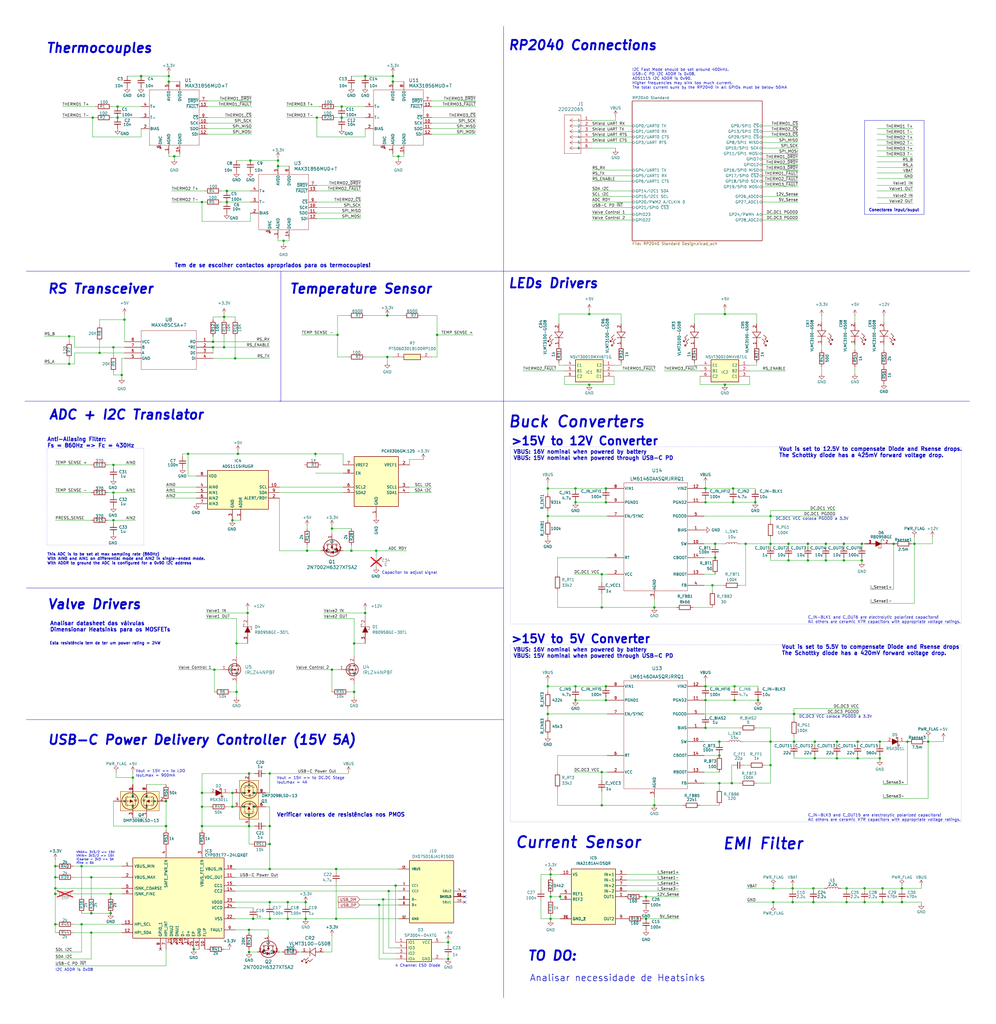
<source format=kicad_sch>
(kicad_sch (version 20231120) (generator "eeschema") (generator_version "8.0")
  (paper "User" 457.2 469.9)
  (title_block (title "Temperature & Valve Control System T") (date "2025-02-11") (company "Porto Space Team") (comment 1 "Miguel Amorim") (comment 2 "Miguel Leite") (comment 3 "Rafael Novais") (comment 4 "Teresa Monteiro"))
  (junction (at 330.2 346.71))
  (junction (at 379.095 257.175))
  (junction (at 342.265 249.555))
  (junction (at 374.015 347.98))
  (junction (at 114.935 73.66))
  (junction (at 127.635 76.2))
  (junction (at 37.465 424.18))
  (junction (at 88.9 435.61))
  (junction (at 270.51 144.145))
  (junction (at 370.84 249.555))
  (junction (at 98.425 307.34))
  (junction (at 373.38 407.67))
  (junction (at 410.21 249.555))
  (junction (at 379.095 249.555))
  (junction (at 102.87 159.385))
  (junction (at 327.025 268.605))
  (junction (at 251.46 224.155))
  (junction (at 354.965 414.02))
  (junction (at 363.855 414.02))
  (junction (at 123.825 421.64))
  (junction (at 41.91 402.59))
  (junction (at 25.4 402.59))
  (junction (at 336.55 224.155))
  (junction (at 80.01 71.755))
  (junction (at 414.02 407.67))
  (junction (at 76.2 367.665))
  (junction (at 152.4 242.57))
  (junction (at 296.545 411.48))
  (junction (at 167.64 281.305))
  (junction (at 276.225 278.765))
  (junction (at 387.35 257.175))
  (junction (at 300.355 278.765))
  (junction (at 396.875 414.02))
  (junction (at 108.585 317.5))
  (junction (at 114.3 379.095))
  (junction (at 403.86 347.98))
  (junction (at 140.97 252.73))
  (junction (at 414.02 414.02))
  (junction (at 388.62 414.02))
  (junction (at 102.87 145.415))
  (junction (at 330.2 359.41))
  (junction (at 104.14 92.71))
  (junction (at 353.695 236.855))
  (junction (at 132.08 421.64))
  (junction (at 123.825 387.35))
  (junction (at 205.74 440.055))
  (junction (at 178.435 408.94))
  (junction (at 173.99 415.29))
  (junction (at 41.91 419.1))
  (junction (at 64.77 34.925))
  (junction (at 370.84 257.175))
  (junction (at 97.79 156.845))
  (junction (at 37.465 397.51))
  (junction (at 106.68 238.76))
  (junction (at 323.85 230.505))
  (junction (at 127.635 73.66))
  (junction (at 130.175 110.49))
  (junction (at 162.56 317.5))
  (junction (at 346.71 230.505))
  (junction (at 361.95 257.175))
  (junction (at 395.605 249.555))
  (junction (at 251.46 314.96))
  (junction (at 384.175 347.98))
  (junction (at 114.3 354.965))
  (junction (at 42.545 53.975))
  (junction (at 92.71 379.095))
  (junction (at 116.205 421.64))
  (junction (at 144.78 208.28))
  (junction (at 264.16 314.96))
  (junction (at 336.55 230.505))
  (junction (at 50.8 410.21))
  (junction (at 388.62 407.67))
  (junction (at 278.13 321.31))
  (junction (at 52.07 238.76))
  (junction (at 323.85 224.155))
  (junction (at 328.295 249.555))
  (junction (at 123.825 379.095))
  (junction (at 113.665 281.305))
  (junction (at 25.4 397.51))
  (junction (at 25.4 407.67))
  (junction (at 41.91 427.99))
  (junction (at 52.07 226.06))
  (junction (at 416.56 340.36))
  (junction (at 395.605 257.175))
  (junction (at 177.8 144.78))
  (junction (at 31.75 154.305))
  (junction (at 76.2 379.095))
  (junction (at 60.96 356.87))
  (junction (at 145.415 53.975))
  (junction (at 177.8 163.83))
  (junction (at 296.545 421.64))
  (junction (at 53.975 53.975))
  (junction (at 353.695 340.36))
  (junction (at 167.64 34.925))
  (junction (at 337.185 321.31))
  (junction (at 373.38 414.02))
  (junction (at 77.47 34.925))
  (junction (at 152.4 307.34))
  (junction (at 278.13 224.155))
  (junction (at 374.015 340.36))
  (junction (at 252.73 421.64))
  (junction (at 323.85 334.01))
  (junction (at 25.4 424.18))
  (junction (at 92.71 370.205))
  (junction (at 353.695 351.155))
  (junction (at 200.66 153.67))
  (junction (at 264.16 230.505))
  (junction (at 257.175 411.48))
  (junction (at 363.855 407.67))
  (junction (at 251.46 327.66))
  (junction (at 106.68 370.205))
  (junction (at 140.335 421.64))
  (junction (at 108.585 295.275))
  (junction (at 332.74 176.53))
  (junction (at 252.73 411.48))
  (junction (at 276.225 354.33))
  (junction (at 300.355 369.57))
  (junction (at 332.74 144.145))
  (junction (at 154.94 153.67))
  (junction (at 393.7 347.98))
  (junction (at 364.49 327.66))
  (junction (at 384.175 340.36))
  (junction (at 92.71 363.855))
  (junction (at 156.845 48.895))
  (junction (at 52.07 213.36))
  (junction (at 114.3 426.72))
  (junction (at 175.895 412.75))
  (junction (at 181.61 406.4))
  (junction (at 276.225 369.57))
  (junction (at 156.845 53.975))
  (junction (at 57.15 146.685))
  (junction (at 252.73 401.32))
  (junction (at 86.36 208.28))
  (junction (at 109.22 208.28))
  (junction (at 114.3 436.88))
  (junction (at 31.75 167.005))
  (junction (at 264.16 321.31))
  (junction (at 123.825 398.78))
  (junction (at 162.56 295.275))
  (junction (at 354.965 407.67))
  (junction (at 180.34 37.465))
  (junction (at 335.915 359.41))
  (junction (at 140.335 414.02))
  (junction (at 55.88 172.085))
  (junction (at 426.085 340.36))
  (junction (at 270.51 176.53))
  (junction (at 205.74 432.435))
  (junction (at 123.825 354.965))
  (junction (at 328.295 255.905))
  (junction (at 353.695 249.555))
  (junction (at 182.88 71.755))
  (junction (at 364.49 340.36))
  (junction (at 337.185 314.96))
  (junction (at 172.72 252.73))
  (junction (at 264.16 224.155))
  (junction (at 104.14 87.63))
  (junction (at 77.47 37.465))
  (junction (at 419.735 249.555))
  (junction (at 154.305 398.78))
  (junction (at 161.29 252.73))
  (junction (at 387.35 249.555))
  (junction (at 323.85 321.31))
  (junction (at 405.13 414.02))
  (junction (at 154.305 421.64))
  (junction (at 276.225 263.525))
  (junction (at 330.2 340.36))
  (junction (at 251.46 236.855))
  (junction (at 53.975 48.895))
  (junction (at 132.08 414.02))
  (junction (at 347.98 321.31))
  (junction (at 45.72 161.925))
  (junction (at 278.13 230.505))
  (junction (at 405.13 407.67))
  (junction (at 50.8 419.1))
  (junction (at 403.86 340.36))
  (junction (at 92.71 92.71))
  (junction (at 107.95 164.465))
  (junction (at 52.07 159.385))
  (junction (at 180.34 34.925))
  (junction (at 25.4 410.21))
  (junction (at 97.79 159.385))
  (junction (at 361.95 249.555))
  (junction (at 106.68 363.855))
  (junction (at 323.85 314.96))
  (junction (at 278.13 314.96))
  (junction (at 393.7 340.36))
  (junction (at 123.825 414.02))
  (junction (at 396.875 407.67))
  (no_connect (at 213.36 408.94))
  (no_connect (at 213.36 414.02))
  (no_connect (at 73.66 435.61))
  (no_connect (at 213.36 411.48))
  (wire (pts (xy 363.855 406.4) (xy 363.855 407.67)))
  (wire (pts (xy 251.46 314.96) (xy 264.16 314.96)))
  (wire (pts (xy 422.91 406.4) (xy 422.91 407.67)))
  (wire (pts (xy 25.4 424.18) (xy 26.035 424.18)))
  (wire (pts (xy 318.77 167.64) (xy 321.31 167.64)))
  (wire (pts (xy 92.71 379.095) (xy 92.71 381)))
  (wire (pts (xy 395.605 249.555) (xy 395.605 250.825)))
  (wire (pts (xy 414.02 413.385) (xy 414.02 414.02)))
  (wire (pts (xy 252.73 401.32) (xy 257.175 401.32)))
  (wire (pts (xy 108.585 73.66) (xy 114.935 73.66)))
  (wire (pts (xy 282.575 53.34) (xy 282.575 55.245)))
  (wire (pts (xy 140.335 414.02) (xy 140.335 415.29)))
  (wire (pts (xy 323.85 333.375) (xy 323.85 334.01)))
  (wire (pts (xy 323.215 224.155) (xy 323.85 224.155)))
  (wire (pts (xy 130.175 110.49) (xy 132.715 110.49)))
  (wire (pts (xy 424.815 340.36) (xy 426.085 340.36)))
  (wire (pts (xy 41.91 427.99) (xy 41.91 440.055)))
  (wire (pts (xy 218.44 53.975) (xy 198.12 53.975)))
  (wire (pts (xy 251.46 224.155) (xy 251.46 226.695)))
  (wire (pts (xy 123.825 387.35) (xy 123.19 387.35)))
  (wire (pts (xy 251.46 236.855) (xy 251.46 234.315)))
  (wire (pts (xy 290.195 90.17) (xy 271.78 90.17)))
  (wire (pts (xy 366.395 65.405) (xy 349.885 65.405)))
  (wire (pts (xy 182.88 71.755) (xy 185.42 71.755)))
  (wire (pts (xy 175.895 412.75) (xy 182.88 412.75)))
  (wire (pts (xy 108.585 283.845) (xy 108.585 295.275)))
  (wire (pts (xy 135.89 307.34) (xy 152.4 307.34)))
  (wire (pts (xy 252.73 421.64) (xy 257.175 421.64)))
  (wire (pts (xy 187.96 210.82) (xy 187.96 213.36)))
  (wire (pts (xy 374.015 347.98) (xy 384.175 347.98)))
  (wire (pts (xy 251.46 314.96) (xy 251.46 317.5)))
  (wire (pts (xy 167.64 34.925) (xy 180.34 34.925)))
  (wire (pts (xy 347.345 334.01) (xy 353.695 334.01)))
  (wire (pts (xy 181.61 434.975) (xy 178.435 434.975)))
  (wire (pts (xy 255.905 255.905) (xy 278.765 255.905)))
  (polyline (pts (xy 128.905 124.46) (xy 128.905 184.15)))
  (polyline (pts (xy 12.065 330.2) (xy 231.14 330.2)))
  (wire (pts (xy 52.07 226.06) (xy 52.07 227.33)))
  (wire (pts (xy 353.695 234.315) (xy 383.54 234.315)))
  (wire (pts (xy 290.195 87.63) (xy 271.78 87.63)))
  (wire (pts (xy 76.2 360.045) (xy 67.31 360.045)))
  (wire (pts (xy 251.46 221.615) (xy 251.46 224.155)))
  (wire (pts (xy 354.965 414.02) (xy 354.965 415.29)))
  (wire (pts (xy 396.875 413.385) (xy 396.875 414.02)))
  (wire (pts (xy 154.94 153.67) (xy 138.43 153.67)))
  (wire (pts (xy 370.84 249.555) (xy 379.095 249.555)))
  (wire (pts (xy 276.225 267.335) (xy 276.225 263.525)))
  (wire (pts (xy 157.48 208.28) (xy 157.48 213.36)))
  (wire (pts (xy 102.87 435.61) (xy 105.41 435.61)))
  (wire (pts (xy 25.4 440.055) (xy 41.91 440.055)))
  (wire (pts (xy 57.15 144.145) (xy 57.15 146.685)))
  (wire (pts (xy 259.08 172.72) (xy 259.08 176.53)))
  (wire (pts (xy 405.13 366.395) (xy 426.085 366.395)))
  (wire (pts (xy 181.61 406.4) (xy 182.88 406.4)))
  (wire (pts (xy 107.95 416.56) (xy 116.205 416.56)))
  (wire (pts (xy 173.99 440.055) (xy 173.99 415.29)))
  (wire (pts (xy 323.215 346.71) (xy 330.2 346.71)))
  (wire (pts (xy 323.85 321.31) (xy 323.215 321.31)))
  (wire (pts (xy 108.585 317.5) (xy 108.585 320.04)))
  (wire (pts (xy 123.825 370.205) (xy 121.92 370.205)))
  (wire (pts (xy 37.465 424.18) (xy 37.465 436.88)))
  (wire (pts (xy 270.51 176.53) (xy 281.94 176.53)))
  (wire (pts (xy 55.88 172.085) (xy 55.88 173.355)))
  (wire (pts (xy 107.95 398.78) (xy 123.825 398.78)))
  (wire (pts (xy 182.88 71.755) (xy 182.88 73.025)))
  (wire (pts (xy 248.285 401.32) (xy 248.285 408.305)))
  (wire (pts (xy 144.78 208.28) (xy 157.48 208.28)))
  (wire (pts (xy 353.695 247.015) (xy 353.695 249.555)))
  (wire (pts (xy 33.655 427.99) (xy 41.91 427.99)))
  (wire (pts (xy 218.44 61.595) (xy 198.12 61.595)))
  (wire (pts (xy 80.01 71.755) (xy 80.01 73.025)))
  (wire (pts (xy 64.77 59.055) (xy 64.77 62.865)))
  (wire (pts (xy 181.61 406.4) (xy 181.61 432.435)))
  (wire (pts (xy 57.15 161.925) (xy 45.72 161.925)))
  (wire (pts (xy 364.49 337.82) (xy 364.49 340.36)))
  (wire (pts (xy 287.655 401.32) (xy 311.785 401.32)))
  (wire (pts (xy 37.465 397.51) (xy 37.465 411.48)))
  (wire (pts (xy 415.925 340.36) (xy 416.56 340.36)))
  (wire (pts (xy 366.395 83.185) (xy 349.885 83.185)))
  (wire (pts (xy 33.655 402.59) (xy 41.91 402.59)))
  (wire (pts (xy 364.49 325.12) (xy 394.335 325.12)))
  (wire (pts (xy 182.88 71.755) (xy 180.34 71.755)))
  (wire (pts (xy 115.57 387.35) (xy 114.3 387.35)))
  (wire (pts (xy 323.85 321.31) (xy 337.185 321.31)))
  (wire (pts (xy 379.095 255.905) (xy 379.095 257.175)))
  (wire (pts (xy 256.54 148.59) (xy 256.54 144.145)))
  (wire (pts (xy 323.215 249.555) (xy 328.295 249.555)))
  (wire (pts (xy 353.695 234.315) (xy 353.695 236.855)))
  (wire (pts (xy 128.27 252.73) (xy 140.97 252.73)))
  (wire (pts (xy 377.19 158.115) (xy 377.19 160.655)))
  (wire (pts (xy 154.94 144.78) (xy 160.02 144.78)))
  (wire (pts (xy 114.3 387.35) (xy 114.3 379.095)))
  (wire (pts (xy 336.55 224.155) (xy 346.71 224.155)))
  (wire (pts (xy 327.025 268.605) (xy 327.025 271.145)))
  (wire (pts (xy 172.72 252.73) (xy 172.72 255.27)))
  (wire (pts (xy 276.225 278.765) (xy 300.355 278.765)))
  (wire (pts (xy 366.395 85.725) (xy 349.885 85.725)))
  (wire (pts (xy 256.54 166.37) (xy 256.54 167.64)))
  (wire (pts (xy 123.825 398.78) (xy 154.305 398.78)))
  (wire (pts (xy 370.84 255.905) (xy 370.84 257.175)))
  (wire (pts (xy 102.87 145.415) (xy 102.87 146.685)))
  (wire (pts (xy 123.825 387.35) (xy 123.825 398.78)))
  (wire (pts (xy 252.73 412.75) (xy 252.73 411.48)))
  (wire (pts (xy 93.98 435.61) (xy 95.25 435.61)))
  (wire (pts (xy 55.88 172.085) (xy 52.07 172.085)))
  (wire (pts (xy 264.16 224.155) (xy 264.16 224.79)))
  (wire (pts (xy 167.64 163.83) (xy 177.8 163.83)))
  (wire (pts (xy 255.905 278.765) (xy 276.225 278.765)))
  (wire (pts (xy 140.335 421.64) (xy 154.305 421.64)))
  (wire (pts (xy 414.02 406.4) (xy 414.02 407.67)))
  (wire (pts (xy 263.525 263.525) (xy 276.225 263.525)))
  (wire (pts (xy 332.74 144.145) (xy 347.345 144.145)))
  (wire (pts (xy 92.71 379.095) (xy 92.71 370.205)))
  (wire (pts (xy 296.545 411.48) (xy 311.785 411.48)))
  (wire (pts (xy 396.875 407.67) (xy 405.13 407.67)))
  (wire (pts (xy 55.88 164.465) (xy 55.88 172.085)))
  (wire (pts (xy 33.655 410.21) (xy 50.8 410.21)))
  (wire (pts (xy 98.425 307.34) (xy 98.425 317.5)))
  (wire (pts (xy 278.13 320.04) (xy 278.13 321.31)))
  (wire (pts (xy 37.465 419.1) (xy 41.91 419.1)))
  (wire (pts (xy 252.73 422.275) (xy 252.73 421.64)))
  (wire (pts (xy 102.87 145.415) (xy 97.79 145.415)))
  (wire (pts (xy 366.395 57.785) (xy 349.885 57.785)))
  (wire (pts (xy 106.045 317.5) (xy 108.585 317.5)))
  (wire (pts (xy 108.585 313.69) (xy 108.585 317.5)))
  (wire (pts (xy 264.16 314.96) (xy 264.16 315.595)))
  (wire (pts (xy 387.35 249.555) (xy 387.35 250.825)))
  (wire (pts (xy 52.07 172.085) (xy 52.07 170.815)))
  (wire (pts (xy 107.95 164.465) (xy 97.79 164.465)))
  (wire (pts (xy 114.935 73.66) (xy 127.635 73.66)))
  (wire (pts (xy 80.01 71.755) (xy 82.55 71.755)))
  (wire (pts (xy 285.115 166.37) (xy 285.115 167.64)))
  (wire (pts (xy 92.71 101.6) (xy 92.71 92.71)))
  (wire (pts (xy 123.825 164.465) (xy 107.95 164.465)))
  (wire (pts (xy 403.86 347.98) (xy 403.86 348.615)))
  (wire (pts (xy 123.825 379.095) (xy 123.825 370.205)))
  (wire (pts (xy 344.17 176.53) (xy 344.17 172.72)))
  (wire (pts (xy 252.73 410.21) (xy 252.73 411.48)))
  (wire (pts (xy 264.16 229.87) (xy 264.16 230.505)))
  (wire (pts (xy 121.92 363.855) (xy 123.825 363.855)))
  (wire (pts (xy 154.305 421.64) (xy 182.88 421.64)))
  (wire (pts (xy 154.305 405.13) (xy 154.305 421.64)))
  (wire (pts (xy 132.08 414.02) (xy 132.08 415.29)))
  (wire (pts (xy 52.07 159.385) (xy 52.07 163.195)))
  (wire (pts (xy 419.735 249.555) (xy 427.99 249.555)))
  (wire (pts (xy 346.71 230.505) (xy 346.71 229.87)))
  (wire (pts (xy 271.78 65.405) (xy 290.195 65.405)))
  (wire (pts (xy 281.94 176.53) (xy 281.94 172.72)))
  (wire (pts (xy 114.3 435.61) (xy 114.3 436.88)))
  (wire (pts (xy 115.57 48.895) (xy 95.25 48.895)))
  (wire (pts (xy 154.305 48.895) (xy 156.845 48.895)))
  (wire (pts (xy 42.545 62.865) (xy 42.545 53.975)))
  (wire (pts (xy 180.34 70.485) (xy 180.34 71.755)))
  (wire (pts (xy 403.86 347.98) (xy 403.86 346.71)))
  (wire (pts (xy 77.47 70.485) (xy 77.47 71.755)))
  (wire (pts (xy 300.355 278.765) (xy 310.515 278.765)))
  (wire (pts (xy 426.085 340.36) (xy 433.07 340.36)))
  (wire (pts (xy 97.79 146.685) (xy 97.79 145.415)))
  (wire (pts (xy 157.48 252.73) (xy 161.29 252.73)))
  (wire (pts (xy 123.19 426.72) (xy 123.19 429.26)))
  (wire (pts (xy 101.6 92.71) (xy 104.14 92.71)))
  (wire (pts (xy 114.3 379.095) (xy 92.71 379.095)))
  (wire (pts (xy 342.265 249.555) (xy 342.265 268.605)))
  (wire (pts (xy 37.465 424.18) (xy 55.88 424.18)))
  (wire (pts (xy 410.21 249.555) (xy 410.21 270.51)))
  (wire (pts (xy 160.02 354.33) (xy 160.02 354.965)))
  (wire (pts (xy 340.995 340.36) (xy 353.695 340.36)))
  (wire (pts (xy 323.215 354.33) (xy 330.2 354.33)))
  (wire (pts (xy 402.59 87.63) (xy 419.1 87.63)))
  (wire (pts (xy 52.07 238.76) (xy 62.23 238.76)))
  (wire (pts (xy 107.95 426.72) (xy 114.3 426.72)))
  (wire (pts (xy 323.215 255.905) (xy 328.295 255.905)))
  (wire (pts (xy 405.13 407.67) (xy 405.13 408.305)))
  (wire (pts (xy 114.935 101.6) (xy 92.71 101.6)))
  (wire (pts (xy 370.84 249.555) (xy 370.84 250.825)))
  (wire (pts (xy 384.175 340.36) (xy 393.7 340.36)))
  (wire (pts (xy 339.725 249.555) (xy 342.265 249.555)))
  (wire (pts (xy 330.2 346.075) (xy 330.2 346.71)))
  (wire (pts (xy 295.275 421.64) (xy 296.545 421.64)))
  (wire (pts (xy 25.4 397.51) (xy 26.035 397.51)))
  (wire (pts (xy 114.3 426.72) (xy 123.19 426.72)))
  (wire (pts (xy 263.525 354.33) (xy 276.225 354.33)))
  (wire (pts (xy 373.38 407.67) (xy 373.38 408.305)))
  (wire (pts (xy 193.04 144.78) (xy 200.66 144.78)))
  (wire (pts (xy 177.8 163.83) (xy 177.8 166.37)))
  (wire (pts (xy 20.32 154.305) (xy 31.75 154.305)))
  (wire (pts (xy 106.68 363.855) (xy 105.41 363.855)))
  (wire (pts (xy 57.15 159.385) (xy 52.07 159.385)))
  (wire (pts (xy 353.695 351.155) (xy 353.695 359.41)))
  (wire (pts (xy 264.16 320.675) (xy 264.16 321.31)))
  (wire (pts (xy 154.94 163.83) (xy 160.02 163.83)))
  (wire (pts (xy 419.1 59.055) (xy 402.59 59.055)))
  (wire (pts (xy 108.585 295.275) (xy 108.585 300.99)))
  (wire (pts (xy 336.55 230.505) (xy 323.85 230.505)))
  (wire (pts (xy 162.56 283.845) (xy 162.56 295.275)))
  (wire (pts (xy 252.73 411.48) (xy 257.175 411.48)))
  (wire (pts (xy 349.885 90.17) (xy 366.395 90.17)))
  (wire (pts (xy 278.13 321.31) (xy 278.765 321.31)))
  (wire (pts (xy 154.305 400.05) (xy 154.305 398.78)))
  (wire (pts (xy 377.19 168.275) (xy 377.19 171.45)))
  (wire (pts (xy 25.4 407.67) (xy 55.88 407.67)))
  (wire (pts (xy 419.735 246.38) (xy 419.735 249.555)))
  (wire (pts (xy 144.78 208.28) (xy 144.78 209.55)))
  (wire (pts (xy 123.825 379.095) (xy 121.92 379.095)))
  (wire (pts (xy 123.825 414.02) (xy 132.08 414.02)))
  (wire (pts (xy 374.015 340.36) (xy 374.015 341.63)))
  (wire (pts (xy 90.17 218.44) (xy 86.36 218.44)))
  (wire (pts (xy 363.855 407.67) (xy 373.38 407.67)))
  (wire (pts (xy 52.07 379.095) (xy 52.07 367.665)))
  (wire (pts (xy 395.605 257.175) (xy 395.605 255.905)))
  (wire (pts (xy 427.99 246.38) (xy 427.99 249.555)))
  (wire (pts (xy 123.825 420.37) (xy 123.825 421.64)))
  (wire (pts (xy 388.62 414.02) (xy 396.875 414.02)))
  (wire (pts (xy 366.395 73.025) (xy 349.885 73.025)))
  (wire (pts (xy 152.4 436.88) (xy 148.59 436.88)))
  (polyline (pts (xy 12.065 269.875) (xy 231.14 269.875)))
  (wire (pts (xy 373.38 413.385) (xy 373.38 414.02)))
  (wire (pts (xy 405.13 360.045) (xy 416.56 360.045)))
  (wire (pts (xy 252.73 421.64) (xy 252.73 420.37)))
  (wire (pts (xy 321.31 172.72) (xy 321.31 176.53)))
  (wire (pts (xy 94.615 281.305) (xy 113.665 281.305)))
  (wire (pts (xy 205.74 438.785) (xy 205.74 440.055)))
  (wire (pts (xy 52.07 226.06) (xy 62.23 226.06)))
  (wire (pts (xy 102.87 159.385) (xy 97.79 159.385)))
  (wire (pts (xy 347.345 167.64) (xy 344.17 167.64)))
  (wire (pts (xy 252.73 401.32) (xy 252.73 402.59)))
  (wire (pts (xy 76.2 435.61) (xy 76.2 443.23)))
  (wire (pts (xy 167.64 279.4) (xy 167.64 281.305)))
  (wire (pts (xy 123.825 354.965) (xy 160.02 354.965)))
  (wire (pts (xy 386.08 407.67) (xy 388.62 407.67)))
  (wire (pts (xy 138.43 436.88) (xy 137.16 436.88)))
  (wire (pts (xy 366.395 100.965) (xy 349.885 100.965)))
  (wire (pts (xy 364.49 347.98) (xy 364.49 346.71)))
  (wire (pts (xy 363.855 407.67) (xy 354.965 407.67)))
  (wire (pts (xy 270.51 144.145) (xy 285.115 144.145)))
  (wire (pts (xy 118.11 436.88) (xy 114.3 436.88)))
  (wire (pts (xy 107.95 421.64) (xy 116.205 421.64)))
  (wire (pts (xy 323.85 312.42) (xy 323.85 314.96)))
  (wire (pts (xy 180.34 37.465) (xy 185.42 37.465)))
  (wire (pts (xy 364.49 340.36) (xy 364.49 341.63)))
  (wire (pts (xy 409.575 249.555) (xy 410.21 249.555)))
  (wire (pts (xy 414.02 414.02) (xy 422.91 414.02)))
  (wire (pts (xy 161.29 252.73) (xy 172.72 252.73)))
  (wire (pts (xy 402.59 74.295) (xy 419.1 74.295)))
  (wire (pts (xy 51.435 53.975) (xy 53.975 53.975)))
  (wire (pts (xy 203.2 432.435) (xy 205.74 432.435)))
  (wire (pts (xy 140.97 250.19) (xy 140.97 252.73)))
  (wire (pts (xy 323.85 230.505) (xy 323.215 230.505)))
  (wire (pts (xy 393.7 340.36) (xy 403.86 340.36)))
  (wire (pts (xy 58.42 34.925) (xy 64.77 34.925)))
  (wire (pts (xy 276.225 369.57) (xy 300.355 369.57)))
  (wire (pts (xy 396.875 414.02) (xy 405.13 414.02)))
  (wire (pts (xy 271.78 67.945) (xy 282.575 67.945)))
  (wire (pts (xy 41.91 419.1) (xy 50.8 419.1)))
  (wire (pts (xy 278.765 236.855) (xy 251.46 236.855)))
  (polyline (pts (xy 11.43 184.15) (xy 230.505 184.15)))
  (wire (pts (xy 123.825 414.02) (xy 123.825 415.29)))
  (wire (pts (xy 217.17 153.67) (xy 200.66 153.67)))
  (wire (pts (xy 165.1 415.29) (xy 173.99 415.29)))
  (wire (pts (xy 25.4 410.21) (xy 26.035 410.21)))
  (wire (pts (xy 416.56 340.36) (xy 416.56 360.045)))
  (wire (pts (xy 60.96 354.33) (xy 60.96 356.87)))
  (wire (pts (xy 128.27 223.52) (xy 157.48 223.52)))
  (wire (pts (xy 251.46 312.42) (xy 251.46 314.96)))
  (wire (pts (xy 287.655 408.94) (xy 311.785 408.94)))
  (wire (pts (xy 363.855 407.67) (xy 363.855 408.305)))
  (wire (pts (xy 278.765 314.96) (xy 278.13 314.96)))
  (wire (pts (xy 361.95 249.555) (xy 370.84 249.555)))
  (wire (pts (xy 162.56 313.69) (xy 162.56 317.5)))
  (wire (pts (xy 402.59 90.805) (xy 419.1 90.805)))
  (wire (pts (xy 123.825 379.095) (xy 123.825 387.35)))
  (wire (pts (xy 248.285 413.385) (xy 248.285 421.64)))
  (wire (pts (xy 76.2 228.6) (xy 90.17 228.6)))
  (wire (pts (xy 107.95 414.02) (xy 123.825 414.02)))
  (wire (pts (xy 115.57 53.975) (xy 95.25 53.975)))
  (wire (pts (xy 25.4 213.36) (xy 41.91 213.36)))
  (wire (pts (xy 255.905 263.525) (xy 255.905 255.905)))
  (wire (pts (xy 116.205 421.64) (xy 123.825 421.64)))
  (wire (pts (xy 271.78 60.325) (xy 290.195 60.325)))
  (wire (pts (xy 92.71 363.855) (xy 92.71 354.965)))
  (wire (pts (xy 132.08 414.02) (xy 140.335 414.02)))
  (wire (pts (xy 353.695 334.01) (xy 353.695 340.36)))
  (wire (pts (xy 154.94 144.78) (xy 154.94 153.67)))
  (wire (pts (xy 78.74 87.63) (xy 93.98 87.63)))
  (wire (pts (xy 264.16 314.96) (xy 278.13 314.96)))
  (wire (pts (xy 83.82 208.28) (xy 83.82 209.55)))
  (wire (pts (xy 34.29 159.385) (xy 34.29 154.305)))
  (wire (pts (xy 25.4 410.21) (xy 25.4 424.18)))
  (wire (pts (xy 419.1 66.675) (xy 402.59 66.675)))
  (wire (pts (xy 165.735 85.09) (xy 145.415 85.09)))
  (wire (pts (xy 337.185 314.96) (xy 347.98 314.96)))
  (wire (pts (xy 336.55 224.155) (xy 336.55 224.79)))
  (wire (pts (xy 366.395 70.485) (xy 349.885 70.485)))
  (wire (pts (xy 42.545 53.975) (xy 43.815 53.975)))
  (wire (pts (xy 165.735 95.25) (xy 145.415 95.25)))
  (wire (pts (xy 45.72 156.845) (xy 45.72 161.925)))
  (wire (pts (xy 248.285 421.64) (xy 252.73 421.64)))
  (wire (pts (xy 49.53 238.76) (xy 52.07 238.76)))
  (wire (pts (xy 52.07 159.385) (xy 34.29 159.385)))
  (wire (pts (xy 167.64 144.78) (xy 177.8 144.78)))
  (wire (pts (xy 167.64 59.055) (xy 167.64 62.865)))
  (wire (pts (xy 360.68 170.18) (xy 344.17 170.18)))
  (wire (pts (xy 52.07 238.76) (xy 52.07 240.03)))
  (wire (pts (xy 354.965 414.02) (xy 363.855 414.02)))
  (wire (pts (xy 396.875 249.555) (xy 395.605 249.555)))
  (wire (pts (xy 251.46 327.66) (xy 251.46 325.12)))
  (wire (pts (xy 77.47 34.925) (xy 77.47 37.465)))
  (wire (pts (xy 144.78 217.17) (xy 157.48 217.17)))
  (wire (pts (xy 77.47 37.465) (xy 82.55 37.465)))
  (wire (pts (xy 173.99 415.29) (xy 182.88 415.29)))
  (wire (pts (xy 31.75 164.465) (xy 31.75 167.005)))
  (wire (pts (xy 34.29 167.005) (xy 31.75 167.005)))
  (wire (pts (xy 132.715 109.22) (xy 132.715 110.49)))
  (wire (pts (xy 414.02 407.67) (xy 414.02 408.305)))
  (wire (pts (xy 123.825 421.64) (xy 132.08 421.64)))
  (wire (pts (xy 387.35 257.175) (xy 395.605 257.175)))
  (wire (pts (xy 353.695 249.555) (xy 353.695 250.825)))
  (wire (pts (xy 86.36 208.28) (xy 109.22 208.28)))
  (wire (pts (xy 154.305 53.975) (xy 156.845 53.975)))
  (wire (pts (xy 80.01 71.755) (xy 77.47 71.755)))
  (wire (pts (xy 419.735 249.555) (xy 419.735 276.86)))
  (wire (pts (xy 76.2 379.095) (xy 52.07 379.095)))
  (wire (pts (xy 321.31 170.18) (xy 304.8 170.18)))
  (wire (pts (xy 257.175 410.21) (xy 257.175 411.48)))
  (wire (pts (xy 337.185 320.675) (xy 337.185 321.31)))
  (wire (pts (xy 323.85 334.01) (xy 339.725 334.01)))
  (wire (pts (xy 255.905 278.765) (xy 255.905 271.145)))
  (wire (pts (xy 384.175 346.71) (xy 384.175 347.98)))
  (wire (pts (xy 330.2 359.41) (xy 330.2 361.95)))
  (wire (pts (xy 318.77 148.59) (xy 318.77 144.145)))
  (wire (pts (xy 127.635 109.22) (xy 127.635 110.49)))
  (wire (pts (xy 276.225 263.525) (xy 278.765 263.525)))
  (wire (pts (xy 402.59 93.345) (xy 419.1 93.345)))
  (wire (pts (xy 140.97 252.73) (xy 147.32 252.73)))
  (wire (pts (xy 426.085 340.36) (xy 426.085 366.395)))
  (wire (pts (xy 416.56 340.36) (xy 417.195 340.36)))
  (wire (pts (xy 127.635 73.66) (xy 127.635 76.2)))
  (wire (pts (xy 278.765 224.155) (xy 278.13 224.155)))
  (wire (pts (xy 290.195 80.645) (xy 271.78 80.645)))
  (wire (pts (xy 25.4 238.76) (xy 41.91 238.76)))
  (wire (pts (xy 251.46 224.155) (xy 264.16 224.155)))
  (wire (pts (xy 109.22 208.28) (xy 144.78 208.28)))
  (wire (pts (xy 366.395 78.105) (xy 349.885 78.105)))
  (wire (pts (xy 373.38 407.67) (xy 378.46 407.67)))
  (wire (pts (xy 200.66 144.78) (xy 200.66 153.67)))
  (wire (pts (xy 57.15 164.465) (xy 55.88 164.465)))
  (wire (pts (xy 177.8 163.83) (xy 180.34 163.83)))
  (wire (pts (xy 165.1 412.75) (xy 175.895 412.75)))
  (wire (pts (xy 154.305 398.78) (xy 182.88 398.78)))
  (wire (pts (xy 167.64 281.305) (xy 167.64 282.575)))
  (wire (pts (xy 161.29 250.19) (xy 161.29 252.73)))
  (wire (pts (xy 67.31 375.285) (xy 60.96 375.285)))
  (polyline (pts (xy 231.14 12.065) (xy 231.14 457.835)))
  (wire (pts (xy 107.95 402.59) (xy 127.635 402.59)))
  (wire (pts (xy 140.97 241.3) (xy 140.97 242.57)))
  (wire (pts (xy 251.46 236.855) (xy 251.46 238.76)))
  (wire (pts (xy 296.545 421.64) (xy 311.785 421.64)))
  (wire (pts (xy 346.71 224.155) (xy 346.71 224.79)))
  (wire (pts (xy 25.4 443.23) (xy 76.2 443.23)))
  (wire (pts (xy 353.695 255.905) (xy 353.695 257.175)))
  (wire (pts (xy 178.435 434.975) (xy 178.435 408.94)))
  (wire (pts (xy 300.355 369.57) (xy 300.355 365.76)))
  (wire (pts (xy 403.86 340.36) (xy 403.86 341.63)))
  (wire (pts (xy 332.74 176.53) (xy 344.17 176.53)))
  (wire (pts (xy 366.395 75.565) (xy 349.885 75.565)))
  (wire (pts (xy 377.19 144.78) (xy 377.19 147.955)))
  (wire (pts (xy 379.095 249.555) (xy 379.095 250.825)))
  (wire (pts (xy 162.56 295.275) (xy 162.56 300.99)))
  (wire (pts (xy 366.395 60.325) (xy 349.885 60.325)))
  (wire (pts (xy 349.885 92.71) (xy 366.395 92.71)))
  (wire (pts (xy 366.395 80.645) (xy 349.885 80.645)))
  (wire (pts (xy 426.085 338.455) (xy 426.085 340.36)))
  (wire (pts (xy 364.49 330.2) (xy 364.49 327.66)))
  (wire (pts (xy 31.75 154.305) (xy 31.75 156.845)))
  (wire (pts (xy 366.395 98.425) (xy 349.885 98.425)))
  (wire (pts (xy 156.845 53.975) (xy 167.64 53.975)))
  (wire (pts (xy 115.57 46.355) (xy 95.25 46.355)))
  (wire (pts (xy 205.74 440.055) (xy 203.2 440.055)))
  (wire (pts (xy 364.49 347.98) (xy 374.015 347.98)))
  (wire (pts (xy 373.38 414.02) (xy 388.62 414.02)))
  (wire (pts (xy 25.4 402.59) (xy 25.4 407.67)))
  (wire (pts (xy 152.4 307.34) (xy 152.4 317.5)))
  (wire (pts (xy 92.71 370.205) (xy 92.71 363.855)))
  (wire (pts (xy 33.655 397.51) (xy 37.465 397.51)))
  (wire (pts (xy 25.4 407.67) (xy 25.4 410.21)))
  (wire (pts (xy 337.185 314.96) (xy 337.185 315.595)))
  (wire (pts (xy 392.43 158.115) (xy 392.43 160.655)))
  (wire (pts (xy 342.265 268.605) (xy 339.725 268.605)))
  (wire (pts (xy 414.02 407.67) (xy 422.91 407.67)))
  (wire (pts (xy 300.99 170.18) (xy 281.94 170.18)))
  (wire (pts (xy 379.095 249.555) (xy 387.35 249.555)))
  (wire (pts (xy 361.95 257.175) (xy 361.95 255.905)))
  (wire (pts (xy 127.635 72.39) (xy 127.635 73.66)))
  (wire (pts (xy 332.74 142.24) (xy 332.74 144.145)))
  (wire (pts (xy 51.435 48.895) (xy 53.975 48.895)))
  (wire (pts (xy 248.285 401.32) (xy 252.73 401.32)))
  (wire (pts (xy 323.215 236.855) (xy 353.695 236.855)))
  (wire (pts (xy 25.4 427.99) (xy 25.4 424.18)))
  (wire (pts (xy 323.85 321.31) (xy 323.85 328.295)))
  (wire (pts (xy 102.87 154.305) (xy 102.87 159.385)))
  (wire (pts (xy 403.86 340.36) (xy 407.035 340.36)))
  (wire (pts (xy 405.765 158.115) (xy 405.765 160.655)))
  (wire (pts (xy 53.975 48.895) (xy 64.77 48.895)))
  (wire (pts (xy 123.825 159.385) (xy 102.87 159.385)))
  (wire (pts (xy 109.22 207.01) (xy 109.22 208.28)))
  (wire (pts (xy 271.78 92.71) (xy 290.195 92.71)))
  (wire (pts (xy 353.695 340.36) (xy 364.49 340.36)))
  (wire (pts (xy 123.825 354.965) (xy 121.92 354.965)))
  (wire (pts (xy 33.655 424.18) (xy 37.465 424.18)))
  (wire (pts (xy 86.36 208.28) (xy 86.36 218.44)))
  (wire (pts (xy 154.94 153.67) (xy 154.94 163.83)))
  (wire (pts (xy 187.96 223.52) (xy 198.12 223.52)))
  (wire (pts (xy 181.61 437.515) (xy 175.895 437.515)))
  (wire (pts (xy 370.84 257.175) (xy 379.095 257.175)))
  (wire (pts (xy 127.635 76.2) (xy 132.715 76.2)))
  (wire (pts (xy 342.9 407.67) (xy 354.965 407.67)))
  (wire (pts (xy 366.395 67.945) (xy 349.885 67.945)))
  (wire (pts (xy 107.95 145.415) (xy 102.87 145.415)))
  (wire (pts (xy 114.3 354.965) (xy 92.71 354.965)))
  (wire (pts (xy 336.55 229.87) (xy 336.55 230.505)))
  (wire (pts (xy 104.14 87.63) (xy 114.935 87.63)))
  (wire (pts (xy 318.77 166.37) (xy 318.77 167.64)))
  (wire (pts (xy 388.62 407.67) (xy 388.62 408.305)))
  (wire (pts (xy 178.435 408.94) (xy 182.88 408.94)))
  (wire (pts (xy 52.07 213.36) (xy 52.07 214.63)))
  (wire (pts (xy 49.53 226.06) (xy 52.07 226.06)))
  (wire (pts (xy 25.4 394.335) (xy 25.4 397.51)))
  (wire (pts (xy 26.035 427.99) (xy 25.4 427.99)))
  (wire (pts (xy 82.55 70.485) (xy 82.55 71.755)))
  (wire (pts (xy 402.59 76.835) (xy 419.1 76.835)))
  (wire (pts (xy 364.49 325.12) (xy 364.49 327.66)))
  (wire (pts (xy 278.13 229.235) (xy 278.13 230.505)))
  (wire (pts (xy 20.32 167.005) (xy 31.75 167.005)))
  (wire (pts (xy 323.215 314.96) (xy 323.85 314.96)))
  (wire (pts (xy 374.015 346.71) (xy 374.015 347.98)))
  (wire (pts (xy 152.4 429.26) (xy 152.4 436.88)))
  (wire (pts (xy 271.78 100.965) (xy 290.195 100.965)))
  (wire (pts (xy 78.74 92.71) (xy 92.71 92.71)))
  (wire (pts (xy 264.16 321.31) (xy 278.13 321.31)))
  (wire (pts (xy 318.77 144.145) (xy 332.74 144.145)))
  (wire (pts (xy 278.13 230.505) (xy 278.765 230.505)))
  (wire (pts (xy 25.4 226.06) (xy 41.91 226.06)))
  (wire (pts (xy 402.59 85.09) (xy 419.1 85.09)))
  (wire (pts (xy 294.64 411.48) (xy 296.545 411.48)))
  (wire (pts (xy 300.355 278.765) (xy 300.355 274.955)))
  (wire (pts (xy 200.66 153.67) (xy 200.66 163.83)))
  (wire (pts (xy 76.2 223.52) (xy 90.17 223.52)))
  (wire (pts (xy 323.215 268.605) (xy 327.025 268.605)))
  (wire (pts (xy 198.12 163.83) (xy 200.66 163.83)))
  (wire (pts (xy 96.52 363.855) (xy 92.71 363.855)))
  (wire (pts (xy 76.2 226.06) (xy 90.17 226.06)))
  (polyline (pts (xy 128.905 184.15) (xy 128.27 184.15)))
  (wire (pts (xy 64.77 62.865) (xy 42.545 62.865)))
  (wire (pts (xy 41.91 402.59) (xy 55.88 402.59)))
  (wire (pts (xy 165.735 87.63) (xy 145.415 87.63)))
  (wire (pts (xy 387.35 249.555) (xy 395.605 249.555)))
  (wire (pts (xy 94.615 283.845) (xy 108.585 283.845)))
  (wire (pts (xy 104.14 92.71) (xy 114.935 92.71)))
  (wire (pts (xy 271.78 95.25) (xy 290.195 95.25)))
  (wire (pts (xy 131.445 48.895) (xy 146.685 48.895)))
  (wire (pts (xy 285.115 167.64) (xy 281.94 167.64)))
  (wire (pts (xy 379.095 257.175) (xy 387.35 257.175)))
  (wire (pts (xy 76.2 379.095) (xy 76.2 381)))
  (wire (pts (xy 116.84 354.965) (xy 114.3 354.965)))
  (wire (pts (xy 336.55 230.505) (xy 346.71 230.505)))
  (wire (pts (xy 255.905 346.71) (xy 278.765 346.71)))
  (wire (pts (xy 25.4 397.51) (xy 25.4 402.59)))
  (wire (pts (xy 25.4 436.88) (xy 37.465 436.88)))
  (wire (pts (xy 300.355 369.57) (xy 313.69 369.57)))
  (wire (pts (xy 113.665 279.4) (xy 113.665 281.305)))
  (wire (pts (xy 106.68 238.76) (xy 110.49 238.76)))
  (wire (pts (xy 256.54 167.64) (xy 259.08 167.64)))
  (wire (pts (xy 165.735 92.71) (xy 145.415 92.71)))
  (wire (pts (xy 180.34 33.655) (xy 180.34 34.925)))
  (wire (pts (xy 252.73 400.685) (xy 252.73 401.32)))
  (wire (pts (xy 218.44 56.515) (xy 198.12 56.515)))
  (wire (pts (xy 175.895 437.515) (xy 175.895 412.75)))
  (wire (pts (xy 152.4 241.3) (xy 152.4 242.57)))
  (wire (pts (xy 395.605 257.175) (xy 395.605 257.81)))
  (polyline (pts (xy 233.68 124.46) (xy 445.135 124.46)))
  (wire (pts (xy 129.54 436.88) (xy 128.27 436.88)))
  (wire (pts (xy 392.43 168.275) (xy 392.43 171.45)))
  (wire (pts (xy 264.16 230.505) (xy 278.13 230.505)))
  (wire (pts (xy 353.695 239.395) (xy 353.695 236.855)))
  (wire (pts (xy 96.52 370.205) (xy 92.71 370.205)))
  (wire (pts (xy 180.34 34.925) (xy 180.34 37.465)))
  (wire (pts (xy 148.59 281.305) (xy 167.64 281.305)))
  (wire (pts (xy 172.72 252.73) (xy 186.69 252.73)))
  (wire (pts (xy 364.49 340.36) (xy 374.015 340.36)))
  (wire (pts (xy 410.21 249.555) (xy 410.845 249.555)))
  (wire (pts (xy 41.91 427.99) (xy 55.88 427.99)))
  (wire (pts (xy 107.95 408.94) (xy 178.435 408.94)))
  (wire (pts (xy 405.765 144.78) (xy 405.765 147.955)))
  (wire (pts (xy 271.78 57.785) (xy 290.195 57.785)))
  (wire (pts (xy 53.34 356.87) (xy 60.96 356.87)))
  (wire (pts (xy 160.02 317.5) (xy 162.56 317.5)))
  (wire (pts (xy 361.95 249.555) (xy 361.95 250.825)))
  (wire (pts (xy 107.95 406.4) (xy 181.61 406.4)))
  (wire (pts (xy 81.915 307.34) (xy 98.425 307.34)))
  (wire (pts (xy 392.43 144.78) (xy 392.43 147.955)))
  (wire (pts (xy 83.82 208.28) (xy 86.36 208.28)))
  (wire (pts (xy 181.61 440.055) (xy 173.99 440.055)))
  (wire (pts (xy 363.855 413.385) (xy 363.855 414.02)))
  (wire (pts (xy 128.27 228.6) (xy 128.27 252.73)))
  (wire (pts (xy 37.465 397.51) (xy 55.88 397.51)))
  (wire (pts (xy 321.31 176.53) (xy 332.74 176.53)))
  (wire (pts (xy 28.575 48.895) (xy 43.815 48.895)))
  (wire (pts (xy 251.46 337.185) (xy 251.46 337.82)))
  (wire (pts (xy 323.85 229.235) (xy 323.85 230.505)))
  (wire (pts (xy 131.445 53.975) (xy 145.415 53.975)))
  (wire (pts (xy 205.74 432.435) (xy 205.74 431.8)))
  (wire (pts (xy 276.225 354.33) (xy 278.765 354.33)))
  (wire (pts (xy 419.1 61.595) (xy 402.59 61.595)))
  (wire (pts (xy 107.95 146.685) (xy 107.95 145.415)))
  (wire (pts (xy 330.2 340.995) (xy 330.2 340.36)))
  (wire (pts (xy 114.935 97.79) (xy 114.935 101.6)))
  (wire (pts (xy 323.215 359.41) (xy 330.2 359.41)))
  (wire (pts (xy 255.905 369.57) (xy 276.225 369.57)))
  (wire (pts (xy 402.59 79.375) (xy 419.1 79.375)))
  (polyline (pts (xy 12.065 124.46) (xy 231.14 124.46)))
  (wire (pts (xy 363.855 414.02) (xy 373.38 414.02)))
  (wire (pts (xy 88.9 435.61) (xy 91.44 435.61)))
  (wire (pts (xy 148.59 283.845) (xy 162.56 283.845)))
  (wire (pts (xy 342.9 414.02) (xy 354.965 414.02)))
  (wire (pts (xy 271.78 98.425) (xy 290.195 98.425)))
  (wire (pts (xy 128.27 226.06) (xy 157.48 226.06)))
  (wire (pts (xy 92.71 92.71) (xy 93.98 92.71)))
  (wire (pts (xy 282.575 67.945) (xy 282.575 68.58)))
  (wire (pts (xy 251.46 246.38) (xy 251.46 247.015)))
  (wire (pts (xy 287.655 411.48) (xy 287.02 411.48)))
  (wire (pts (xy 145.415 53.975) (xy 146.685 53.975)))
  (wire (pts (xy 161.29 34.925) (xy 167.64 34.925)))
  (wire (pts (xy 177.8 144.78) (xy 185.42 144.78)))
  (wire (pts (xy 98.425 307.34) (xy 100.965 307.34)))
  (wire (pts (xy 50.8 410.21) (xy 50.8 411.48)))
  (wire (pts (xy 323.215 327.66) (xy 364.49 327.66)))
  (wire (pts (xy 101.6 87.63) (xy 104.14 87.63)))
  (wire (pts (xy 287.655 403.86) (xy 311.785 403.86)))
  (wire (pts (xy 156.845 48.895) (xy 167.64 48.895)))
  (wire (pts (xy 167.64 62.865) (xy 145.415 62.865)))
  (wire (pts (xy 165.735 97.79) (xy 145.415 97.79)))
  (wire (pts (xy 102.87 145.415) (xy 102.87 144.145)))
  (wire (pts (xy 330.2 340.36) (xy 333.375 340.36)))
  (wire (pts (xy 276.225 358.14) (xy 276.225 354.33)))
  (wire (pts (xy 162.56 317.5) (xy 162.56 320.04)))
  (wire (pts (xy 194.31 210.82) (xy 187.96 210.82)))
  (wire (pts (xy 205.74 432.435) (xy 205.74 433.705)))
  (wire (pts (xy 130.175 110.49) (xy 127.635 110.49)))
  (wire (pts (xy 34.29 154.305) (xy 31.75 154.305)))
  (wire (pts (xy 337.185 321.31) (xy 347.98 321.31)))
  (wire (pts (xy 45.72 161.925) (xy 34.29 161.925)))
  (wire (pts (xy 152.4 242.57) (xy 152.4 245.11)))
  (wire (pts (xy 165.735 100.33) (xy 145.415 100.33)))
  (wire (pts (xy 57.15 146.685) (xy 57.15 156.845)))
  (wire (pts (xy 399.415 276.86) (xy 419.735 276.86)))
  (wire (pts (xy 278.765 327.66) (xy 251.46 327.66)))
  (wire (pts (xy 60.96 356.87) (xy 60.96 360.045)))
  (wire (pts (xy 106.68 370.205) (xy 106.68 363.855)))
  (wire (pts (xy 419.1 64.135) (xy 402.59 64.135)))
  (wire (pts (xy 64.77 34.925) (xy 77.47 34.925)))
  (wire (pts (xy 318.135 278.765) (xy 327.025 278.765)))
  (wire (pts (xy 256.54 144.145) (xy 270.51 144.145)))
  (wire (pts (xy 323.215 263.525) (xy 328.295 263.525)))
  (wire (pts (xy 327.025 268.605) (xy 332.105 268.605)))
  (wire (pts (xy 45.72 146.685) (xy 57.15 146.685)))
  (wire (pts (xy 361.95 257.175) (xy 370.84 257.175)))
  (wire (pts (xy 140.335 420.37) (xy 140.335 421.64)))
  (wire (pts (xy 366.395 62.865) (xy 349.885 62.865)))
  (wire (pts (xy 259.08 176.53) (xy 270.51 176.53)))
  (wire (pts (xy 422.91 414.02) (xy 422.91 414.655)))
  (wire (pts (xy 347.345 144.145) (xy 347.345 148.59)))
  (wire (pts (xy 152.4 242.57) (xy 161.29 242.57)))
  (wire (pts (xy 353.695 257.175) (xy 361.95 257.175)))
  (wire (pts (xy 49.53 213.36) (xy 52.07 213.36)))
  (wire (pts (xy 364.49 327.66) (xy 394.335 327.66)))
  (wire (pts (xy 152.4 307.34) (xy 154.94 307.34)))
  (wire (pts (xy 343.535 351.155) (xy 341.63 351.155)))
  (wire (pts (xy 353.695 236.855) (xy 383.54 236.855)))
  (wire (pts (xy 328.295 250.19) (xy 328.295 249.555)))
  (wire (pts (xy 115.57 56.515) (xy 95.25 56.515)))
  (wire (pts (xy 115.57 59.055) (xy 95.25 59.055)))
  (wire (pts (xy 132.08 420.37) (xy 132.08 421.64)))
  (wire (pts (xy 353.695 249.555) (xy 361.95 249.555)))
  (wire (pts (xy 347.345 166.37) (xy 347.345 167.64)))
  (wire (pts (xy 290.195 78.105) (xy 271.78 78.105)))
  (wire (pts (xy 323.85 320.04) (xy 323.85 321.31)))
  (wire (pts (xy 218.44 46.355) (xy 198.12 46.355)))
  (wire (pts (xy 255.905 354.33) (xy 255.905 346.71)))
  (wire (pts (xy 271.78 55.245) (xy 282.575 55.245)))
  (wire (pts (xy 328.295 255.27) (xy 328.295 255.905)))
  (wire (pts (xy 405.13 413.385) (xy 405.13 414.02)))
  (wire (pts (xy 264.16 224.155) (xy 278.13 224.155)))
  (wire (pts (xy 271.78 62.865) (xy 290.195 62.865)))
  (wire (pts (xy 251.46 327.66) (xy 251.46 329.565)))
  (wire (pts (xy 218.44 59.055) (xy 198.12 59.055)))
  (wire (pts (xy 108.585 295.275) (xy 113.665 295.275)))
  (wire (pts (xy 115.57 61.595) (xy 95.25 61.595)))
  (wire (pts (xy 255.905 369.57) (xy 255.905 361.95)))
  (wire (pts (xy 347.98 314.96) (xy 347.98 315.595)))
  (wire (pts (xy 185.42 70.485) (xy 185.42 71.755)))
  (wire (pts (xy 76.2 367.665) (xy 76.2 379.095)))
  (wire (pts (xy 257.175 411.48) (xy 257.175 412.75)))
  (wire (pts (xy 384.175 347.98) (xy 393.7 347.98)))
  (wire (pts (xy 347.345 359.41) (xy 353.695 359.41)))
  (wire (pts (xy 419.1 71.755) (xy 402.59 71.755)))
  (wire (pts (xy 328.295 249.555) (xy 332.105 249.555)))
  (wire (pts (xy 323.85 314.96) (xy 337.185 314.96)))
  (polyline (pts (xy 231.14 124.46) (xy 233.68 124.46)))
  (wire (pts (xy 387.35 255.905) (xy 387.35 257.175)))
  (wire (pts (xy 162.56 295.275) (xy 167.64 295.275)))
  (wire (pts (xy 388.62 407.67) (xy 396.875 407.67)))
  (wire (pts (xy 276.225 363.22) (xy 276.225 369.57)))
  (wire (pts (xy 402.59 81.915) (xy 419.1 81.915)))
  (wire (pts (xy 34.29 161.925) (xy 34.29 167.005)))
  (wire (pts (xy 323.85 221.615) (xy 323.85 224.155)))
  (wire (pts (xy 53.34 354.33) (xy 53.34 356.87)))
  (wire (pts (xy 393.7 346.71) (xy 393.7 347.98)))
  (wire (pts (xy 77.47 33.655) (xy 77.47 34.925)))
  (wire (pts (xy 97.79 154.305) (xy 97.79 156.845)))
  (wire (pts (xy 388.62 413.385) (xy 388.62 414.02)))
  (wire (pts (xy 330.2 359.41) (xy 335.915 359.41)))
  (wire (pts (xy 28.575 53.975) (xy 42.545 53.975)))
  (wire (pts (xy 271.78 83.185) (xy 290.195 83.185)))
  (wire (pts (xy 321.31 369.57) (xy 330.2 369.57)))
  (wire (pts (xy 106.68 370.205) (xy 104.14 370.205)))
  (wire (pts (xy 399.415 270.51) (xy 410.21 270.51)))
  (wire (pts (xy 130.175 110.49) (xy 130.175 111.76)))
  (wire (pts (xy 270.51 142.24) (xy 270.51 144.145)))
  (wire (pts (xy 187.96 226.06) (xy 198.12 226.06)))
  (wire (pts (xy 25.4 402.59) (xy 26.035 402.59)))
  (wire (pts (xy 335.915 351.155) (xy 335.915 359.41)))
  (wire (pts (xy 41.91 402.59) (xy 41.91 411.48)))
  (wire (pts (xy 342.265 249.555) (xy 353.695 249.555)))
  (wire (pts (xy 123.825 363.855) (xy 123.825 354.965)))
  (wire (pts (xy 114.3 426.72) (xy 114.3 427.99)))
  (wire (pts (xy 218.44 48.895) (xy 198.12 48.895)))
  (polyline (pts (xy 230.505 184.15) (xy 445.135 184.15)))
  (wire (pts (xy 419.1 69.215) (xy 402.59 69.215)))
  (wire (pts (xy 354.965 406.4) (xy 354.965 407.67)))
  (wire (pts (xy 405.13 414.02) (xy 414.02 414.02)))
  (wire (pts (xy 351.155 351.155) (xy 353.695 351.155)))
  (wire (pts (xy 405.13 407.67) (xy 414.02 407.67)))
  (wire (pts (xy 287.655 406.4) (xy 311.785 406.4)))
  (wire (pts (xy 113.665 281.305) (xy 113.665 282.575)))
  (wire (pts (xy 433.07 339.09) (xy 433.07 340.36)))
  (wire (pts (xy 123.825 156.845) (xy 97.79 156.845)))
  (wire (pts (xy 50.8 410.21) (xy 55.88 410.21)))
  (wire (pts (xy 52.07 213.36) (xy 62.23 213.36)))
  (wire (pts (xy 145.415 62.865) (xy 145.415 53.975)))
  (wire (pts (xy 335.915 351.155) (xy 336.55 351.155)))
  (wire (pts (xy 276.225 272.415) (xy 276.225 278.765)))
  (wire (pts (xy 53.975 53.975) (xy 64.77 53.975)))
  (wire (pts (xy 259.08 170.18) (xy 240.03 170.18)))
  (wire (pts (xy 285.115 144.145) (xy 285.115 148.59)))
  (wire (pts (xy 323.215 340.36) (xy 330.2 340.36)))
  (wire (pts (xy 335.915 359.41) (xy 339.725 359.41)))
  (wire (pts (xy 45.72 149.225) (xy 45.72 146.685)))
  (wire (pts (xy 393.7 347.98) (xy 403.86 347.98)))
  (wire (pts (xy 374.015 340.36) (xy 384.175 340.36)))
  (wire (pts (xy 384.175 340.36) (xy 384.175 341.63)))
  (wire (pts (xy 107.95 154.305) (xy 107.95 164.465)))
  (wire (pts (xy 323.85 224.155) (xy 336.55 224.155)))
  (wire (pts (xy 132.08 421.64) (xy 140.335 421.64)))
  (wire (pts (xy 396.875 407.67) (xy 396.875 408.305)))
  (wire (pts (xy 418.465 249.555) (xy 419.735 249.555)))
  (wire (pts (xy 353.695 340.36) (xy 353.695 351.155)))
  (wire (pts (xy 347.98 321.31) (xy 347.98 320.675)))
  (wire (pts (xy 393.7 340.36) (xy 393.7 341.63)))
  (wire (pts (xy 116.84 379.095) (xy 114.3 379.095)))
  (wire (pts (xy 323.215 334.01) (xy 323.85 334.01)))
  (wire (pts (xy 97.79 159.385) (xy 97.79 161.925)))
  (rectangle (start 234.315 295.91) (end 441.325 377.19) (stroke (width 0) (type dot)))
  (rectangle (start 396.875 55.245) (end 424.18 98.425))
  (rectangle (start 234.315 205.105) (end 441.325 286.385) (stroke (width 0) (type dot)))
  (rectangle (start 21.59 205.74) (end 66.04 250.19) (stroke (width 0) (type dot)))
  (text "VBUS: 16V nominal when powered by battery\nVBUS: 15V nominal when powered through USB-C PD\n" (at 235.585 299.72 0) (effects (font (size 1.778 1.778) (thickness 0.3556) (bold yes)) (justify left)))
  (text "DC.DC3 VCC coloca PGOOD a 3.3V\n" (at 383.54 328.93 0) (effects (font (size 1.27 1.27))))
  (text "RS Transceiver" (at 21.59 132.715 0) (effects (font (size 4.318 4.318) (thickness 0.8636) (bold yes) (italic yes)) (justify left)))
  (text "RP2040 Connections" (at 233.045 20.955 0) (effects (font (size 4.318 4.318) (thickness 0.8636) (bold yes) (italic yes)) (justify left)))
  (text "Thermocouples" (at 20.955 22.225 0) (effects (font (size 4.318 4.318) (thickness 0.8636) (bold yes) (italic yes)) (justify left)))
  (text "C_IN-BLK3 and C_OUT15 are electrolytic polarized capacitors!\nAll others are ceramic X7R capacitors with appropriate voltage ratings." (at 370.84 375.285 0) (effects (font (size 1.27 1.27)) (justify left)))
  (text "Conectores input/ouput\n" (at 398.78 96.52 0) (effects (font (size 1.27 1.27) (thickness 0.254) (bold yes)) (justify left)))
  (text "VBUS: 16V nominal when powered by battery\nVBUS: 15V nominal when powered through USB-C PD\n" (at 235.585 208.915 0) (effects (font (size 1.778 1.778) (thickness 0.3556) (bold yes)) (justify left)))
  (text "Verificar valores de resistências nos PMOS\n" (at 127 374.015 0) (effects (font (size 1.778 1.778) (thickness 0.3556) (bold yes)) (justify left)))
  (text "Analisar datasheet das válvulas\nDimensionar Heatsinks para os MOSFETs" (at 22.86 287.655 0) (effects (font (size 1.778 1.778) (thickness 0.3556) (bold yes)) (justify left)))
  (text "TO DO:" (at 241.935 438.785 0) (effects (font (size 4.318 4.318) (thickness 0.8636) (bold yes) (italic yes)) (justify left)))
  (text "I2C Fast Mode should be set around 400kHz.\nUSB-C PD I2C ADDR is 0x08.\nADS1115 I2C ADDR is 0x90.\nHigher frequencies may sink too much current.\nThe total current sunk by the RP2040 in all GPIOs must be below 50mA" (at 290.195 36.195 0) (effects (font (size 1.27 1.27)) (justify left)))
  (text "Tem de se escolher contactos apropriados para os termocouples!" (at 80.01 121.92 0) (effects (font (size 1.778 1.778) (thickness 0.3556) (bold yes)) (justify left)))
  (text "Valve Drivers" (at 21.59 277.495 0) (effects (font (size 4.318 4.318) (thickness 0.8636) (bold yes) (italic yes)) (justify left)))
  (text ">15V to 12V Converter" (at 234.315 202.565 0) (effects (font (size 3.81 3.81) (thickness 0.762) (bold yes)) (justify left)))
  (text "C_IN-BLK1 and C_OUT6 are electrolytic polarized capacitors!\nAll others are ceramic X7R capacitors with appropriate voltage ratings." (at 370.84 284.48 0) (effects (font (size 1.27 1.27)) (justify left)))
  (text "LEDs Drivers" (at 233.045 130.175 0) (effects (font (size 4.318 4.318) (thickness 0.8636) (bold yes) (italic yes)) (justify left)))
  (text "ADC + I2C Translator" (at 22.225 190.5 0) (effects (font (size 4.318 4.318) (thickness 0.8636) (bold yes) (italic yes)) (justify left)))
  (text "4 Channel ESD Diode" (at 191.77 443.23 0) (effects (font (size 1.27 1.27))))
  (text "Capacitor to adjust signal" (at 175.26 262.89 0) (effects (font (size 1.27 1.27)) (justify left)))
  (text "Analisar necessidade de Heatsinks" (at 323.85 448.945 0) (effects (font (size 3.048 3.048) (thickness 0.254) (bold yes)) (justify right)))
  (text "Vout = 15V => to DC.DC Stage\nIout.max = 4A" (at 127 358.14 0) (effects (font (size 1.27 1.27)) (justify left)))
  (text "Buck Converters" (at 233.045 193.675 0) (effects (font (size 5.08 5.08) (thickness 0.8636) (bold yes) (italic yes)) (justify left)))
  (text "EMI Filter" (at 331.47 387.35 0) (effects (font (size 5.08 5.08) (thickness 0.8636) (bold yes) (italic yes)) (justify left)))
  (text "Vout is set to 5.5V to compensate Diode and Rsense drops\nThe Schottky diode has a 420mV forward voltage drop." (at 358.775 298.45 0) (effects (font (size 1.778 1.778) (thickness 0.3556) (bold yes)) (justify left)))
  (text "Temperature Sensor" (at 132.715 132.715 0) (effects (font (size 4.318 4.318) (thickness 0.8636) (bold yes) (italic yes)) (justify left)))
  (text "This ADC is to be set at max sampling rate (860Hz)\nWith AIN0 and AIN1 on differential mode and AIN2 in single-ended mode.\nWith ADDR to ground the ADC is configured for a 0x90 I2C address" (at 21.59 256.54 0) (effects (font (size 1.27 1.27) (thickness 0.254) (bold yes)) (justify left)))
  (text "Vout = 15V => to LDO\nIout.max = 900mA" (at 62.23 354.965 0) (effects (font (size 1.27 1.27)) (justify left)))
  (text "VMAX= 3V3/2 => 15V\nVMIN= 3V3/2 => 15V\nICoarse = 3V3 => 5A\nIfine = 0A" (at 34.925 393.7 0) (effects (font (size 1.016 1.016)) (justify left)))
  (text "Anti-Aliasing Filter:\nFs = 860Hz => Fc = 430Hz" (at 21.59 203.2 0) (effects (font (size 1.778 1.778) (thickness 0.3556) (bold yes)) (justify left)))
  (text "DC.DC1 VCC coloca PGOOD a 3.3V\n" (at 372.745 238.125 0) (effects (font (size 1.27 1.27))))
  (text "Current Sensor\n" (at 236.22 386.715 0) (effects (font (size 5.08 5.08) (thickness 0.8636) (bold yes) (italic yes)) (justify left)))
  (text "USB-C Power Delivery Controller (15V 5A)\n" (at 21.59 339.725 0) (effects (font (size 4.318 4.318) (thickness 0.8636) (bold yes) (italic yes)) (justify left)))
  (text "Esta resistência tem de ter um power rating > 24W" (at 48.26 295.275 0) (effects (font (size 1.27 1.27) (thickness 0.254) (bold yes))))
  (text ">15V to 5V Converter" (at 234.315 293.37 0) (effects (font (size 3.81 3.81) (thickness 0.762) (bold yes)) (justify left)))
  (text "I2C ADDR is 0x08" (at 25.4 445.135 0) (effects (font (size 1.27 1.27)) (justify left)))
  (text "Vout is set to 12.5V to compensate Diode and Rsense drops.\nThe Schottky diode has a 425mV forward voltage drop." (at 357.505 207.645 0) (effects (font (size 1.778 1.778) (thickness 0.3556) (bold yes)) (justify left)))
  (label "THERMO3_~{DRDY}" (at 218.44 46.355 180))
  (label "DC.DC1 PGOOD" (at 366.395 98.425 180))
  (label "TEMP SENSE -" (at 138.43 153.67 0))
  (label "THERMO2 T+" (at 419.1 64.135 180))
  (label "THERMO2 T+" (at 78.74 87.63 0))
  (label "Shield UART RX" (at 271.78 57.785 0))
  (label "RS_TX" (at 271.78 80.645 0))
  (label "Valve2 IN" (at 148.59 281.305 0))
  (label "Valve2 OUT" (at 419.1 93.345 180))
  (label "THERMO1_~{DRDY}" (at 115.57 46.355 180))
  (label "SDA I2C" (at 198.12 226.06 180))
  (label "SPI_SCK" (at 165.735 95.25 180))
  (label "SDL I2C" (at 25.4 436.88 0))
  (label "USB-C PD ~{INT}" (at 271.78 95.25 0))
  (label "Valve Control 1" (at 81.915 307.34 0))
  (label "THERMO3_~{DRDY}" (at 366.395 78.105 180))
  (label "DC.DC1 VCC" (at 263.525 263.525 0))
  (label "THERMO3 T-" (at 419.1 71.755 180))
  (label "TEMP SENSE +" (at 217.17 153.67 180))
  (label "THERMO3_~{CS}" (at 366.395 62.865 180))
  (label "DC.DC3 VCC" (at 263.525 354.33 0))
  (label "AIN1" (at 62.23 226.06 180))
  (label "THERMO1_~{DRDY}" (at 366.395 73.025 180))
  (label "SCL I2C" (at 198.12 223.52 180))
  (label "I_Sense1-" (at 399.415 276.86 0) (effects (font (thickness 0.1588))))
  (label "I_Sense1+" (at 399.415 270.51 0) (effects (font (thickness 0.1588))))
  (label "THERMO1 T+" (at 419.1 59.055 180))
  (label "Shield UART CTS" (at 271.78 65.405 0))
  (label "AIN0" (at 76.2 223.52 0))
  (label "USB-C Power Out" (at 127.635 402.59 180))
  (label "Valve1 OUT" (at 419.1 87.63 180))
  (label "GND" (at 342.9 414.02 0))
  (label "SPI_SCK" (at 366.395 67.945 180))
  (label "SCL I2C" (at 271.78 90.17 0))
  (label "ADC RDY" (at 186.69 252.73 180))
  (label "THERMO2 T-" (at 419.1 66.675 180))
  (label "I_Sense3-" (at 311.785 408.94 180) (effects (font (thickness 0.1588))))
  (label "RS_B" (at 20.32 154.305 0))
  (label "THERMO3_~{FAULT}" (at 218.44 48.895 180))
  (label "THERMO2_~{FAULT}" (at 240.03 170.18 0))
  (label "AIN2" (at 62.23 238.76 180))
  (label "THERMO2_~{FAULT}" (at 165.735 87.63 180))
  (label "SPI_SCK" (at 218.44 56.515 180))
  (label "THERMO2 T-" (at 78.74 92.71 0))
  (label "THERMO1_~{CS}" (at 366.395 57.785 180))
  (label "TEMP SENSE -" (at 25.4 226.06 0))
  (label "SPI_SCK" (at 115.57 56.515 180))
  (label "THERMO2_~{DRDY}" (at 366.395 75.565 180))
  (label "Valve Control 2" (at 271.78 100.965 0))
  (label "AIN2" (at 76.2 228.6 0))
  (label "DC.DC3 PGOOD" (at 366.395 100.965 180))
  (label "I_Sense3+" (at 405.13 360.045 0) (effects (font (thickness 0.1588))))
  (label "PRESS_SENSE" (at 25.4 238.76 0))
  (label "AIN1" (at 76.2 226.06 0))
  (label "ADC RDY" (at 271.78 92.71 0))
  (label "RS_A" (at 419.1 76.835 180))
  (label "USB-C Power Out" (at 154.305 354.965 180))
  (label "12V_Sense" (at 366.395 90.17 180) (effects (font (thickness 0.1588))))
  (label "DC.DC3 PGOOD" (at 394.335 327.66 180))
  (label "SPI_MISO" (at 366.395 65.405 180))
  (label "THERMO1 T-" (at 28.575 53.975 0))
  (label "THERMO2_~{FAULT}" (at 366.395 83.185 180))
  (label "I_Sense1+" (at 311.785 401.32 180) (effects (font (thickness 0.1588))))
  (label "THERMO1_~{CS}" (at 115.57 53.975 180))
  (label "RS_RX" (at 123.825 156.845 180))
  (label "Valve2 OUT" (at 148.59 283.845 0))
  (label "DC.DC1 VCC" (at 383.54 234.315 180))
  (label "USB-C PD ~{INT}" (at 25.4 443.23 0))
  (label "THERMO2_~{DRDY}" (at 165.735 85.09 180))
  (label "SPI_MOSI" (at 115.57 61.595 180))
  (label "RS_TX" (at 123.825 164.465 180))
  (label "Valve Control 2" (at 135.89 307.34 0))
  (label "Shield UART TX" (at 271.78 60.325 0))
  (label "Valve1 IN" (at 94.615 281.305 0))
  (label "I_Sense1-" (at 311.785 403.86 180) (effects (font (thickness 0.1588))))
  (label "THERMO2_~{CS}" (at 366.395 60.325 180))
  (label "Valve1 IN" (at 419.1 85.09 180))
  (label "THERMO1 T+" (at 28.575 48.895 0))
  (label "SPI_MOSI" (at 366.395 70.485 180))
  (label "THERMO3_~{FAULT}" (at 304.8 170.18 0))
  (label "RS_B" (at 419.1 74.295 180))
  (label "SPI_MOSI" (at 165.735 100.33 180))
  (label "SPI_MISO" (at 218.44 59.055 180))
  (label "SDA I2C" (at 271.78 87.63 0))
  (label "THERMO1 T-" (at 419.1 61.595 180))
  (label "THERMO1_~{FAULT}" (at 300.99 170.18 180))
  (label "5V_Sense" (at 366.395 92.71 180) (effects (font (thickness 0.1588))))
  (label "DC.DC3 VCC" (at 394.335 325.12 180))
  (label "THERMO2_~{CS}" (at 165.735 92.71 180))
  (label "SPI_MISO" (at 115.57 59.055 180))
  (label "AIN0" (at 62.23 213.36 180))
  (label "THERMO1_~{FAULT}" (at 115.57 48.895 180))
  (label "THERMO1_~{FAULT}" (at 366.395 80.645 180))
  (label "THERMO3_~{FAULT}" (at 366.395 85.725 180))
  (label "THERMO3 T+" (at 419.1 69.215 180))
  (label "GND" (at 419.1 81.915 180))
  (label "SPI_MOSI" (at 218.44 61.595 180))
  (label "Valve1 OUT" (at 94.615 283.845 0))
  (label "RS_ENABLE" (at 123.825 159.385 180))
  (label "RS_RX" (at 271.78 78.105 0))
  (label "RS_ENABLE" (at 360.68 170.18 180))
  (label "Valve Control 1" (at 271.78 98.425 0))
  (label "12V_Sense" (at 311.785 411.48 180) (effects (font (thickness 0.1588))))
  (label "Valve2 IN" (at 419.1 90.805 180))
  (label "Shield UART RTS" (at 271.78 62.865 0))
  (label "I_Sense3-" (at 405.13 366.395 0) (effects (font (thickness 0.1588))))
  (label "THERMO3 T+" (at 131.445 48.895 0))
  (label "VBAT" (at 419.1 79.375 180))
  (label "VBAT" (at 342.9 407.67 0))
  (label "5V_Sense" (at 311.785 421.64 180) (effects (font (thickness 0.1588))))
  (label "I_Sense3+" (at 311.785 406.4 180) (effects (font (thickness 0.1588))))
  (label "SPI_MISO" (at 165.735 97.79 180))
  (label "RS_A" (at 20.32 167.005 0))
  (label "THERMO3_~{CS}" (at 218.44 53.975 180))
  (label "THERMO3 T-" (at 131.445 53.975 0))
  (label "TEMP SENSE +" (at 25.4 213.36 0))
  (label "RS_ENABLE" (at 271.78 83.185 0))
  (label "SDA I2C" (at 25.4 440.055 0))
  (label "DC.DC1 PGOOD" (at 383.54 236.855 180))
  (global_label "USB_DM" (shape input) (at 165.1 412.75 180) (property "Intersheetrefs" "${INTERSHEET_REFS}" (effects (hide yes))))
  (global_label "USB_DP" (shape input) (at 165.1 415.29 180) (property "Intersheetrefs" "${INTERSHEET_REFS}" (effects (hide yes))))
  (symbol (lib_id "VLMT3100-GS08:VLMT3100-GS08") (at 318.77 148.59 90) (mirror x) (unit 1)
    (property "Reference" "CR3" (at 309.245 147.32 0) (effects (justify left)))
    (property "Value" "VLMT3100-GS08" (at 311.785 147.32 0) (effects (justify left)))
    (property "Footprint" "LED_PLCC_VSMB" (effects (hide yes)))
    (property "Datasheet" "VLMT3100-GS08" (effects (hide yes)))
  )
  (symbol (lib_id "Device:C_Small") (at 353.695 253.365 0) (mirror y) (unit 1)
    (property "Reference" "C_OUT1" (at 353.695 251.46 0) (effects (justify left)))
    (property "Value" "1u" (at 352.425 254.635 0) (effects (justify left)))
    (property "Footprint" "Capacitor-0603:Capacitor_0603" (effects (hide yes)))
    (property "Description" "Unpolarized capacitor, small symbol" (effects (hide yes)))
  )
  (symbol (lib_id "Device:C_Small") (at 328.295 252.73 0) (unit 1)
    (property "Reference" "C_BT1" (at 320.675 251.46 0) (effects (justify left)))
    (property "Value" "100n" (at 320.675 253.365 0) (effects (justify left)))
    (property "Footprint" "Capacitor-0402:Capacitor_0402" (effects (hide yes)))
    (property "Description" "Unpolarized capacitor, small symbol" (effects (hide yes)))
  )
  (symbol (lib_id "power:GND") (at 172.72 260.35 0) (unit 1)
    (property "Reference" "#PWR057" (effects (hide yes)))
    (property "Value" "GND" (at 172.466 264.414 0))
    (property "Description" "Power symbol creates a global label with name \"GND\" , ground" (effects (hide yes)))
  )
  (symbol (lib_id "power:GND") (at 300.355 278.765 0) (unit 1)
    (property "Reference" "#PWR070" (effects (hide yes)))
    (property "Value" "GND" (at 300.355 282.575 0))
    (property "Description" "Power symbol creates a global label with name \"GND\" , ground" (effects (hide yes)))
  )
  (symbol (lib_id "Device:L") (at 337.185 340.36 90) (unit 1)
    (property "Reference" "L_SW3" (at 337.185 336.55 90))
    (property "Value" "15u" (at 337.185 338.455 90))
    (property "Footprint" "Inductor-10.1x10:Inductor_10.1x10" (effects (hide yes)))
    (property "Description" "Inductor" (effects (hide yes)))
  )
  (symbol (lib_id "NSVT30010MXV6T1G:NSVT30010MXV6T1G") (at 281.94 167.64 0) (mirror y) (unit 1)
    (property "Reference" "IC1" (at 270.51 170.815 0))
    (property "Value" "NSVT30010MXV6T1G" (at 271.145 163.83 0))
    (property "Footprint" "2 PNP:SOTFL50P160X60-6N" (effects (hide yes)))
    (property "Datasheet" "https://www.onsemi.com/pub/Collateral/NST30010MXV6-D.PDF" (effects (hide yes)))
    (property "Description" "Current Gain Matching to 10%; Base-Emitter Voltage Matched to 2 mV; Drop-In Replacement for Standard Device; These are Pb-Free Devices; S and NSV Prefix for Automotive and Other Applications Requiring Unique Site and Control Change Requirements; AEC-Q101 Qualified and PPAP Capable" (effects (hide yes)))
    (property "Height" "0.6" (effects (hide yes)))
    (property "Mouser Part Number" "863-NSVT30010MXV6T1G" (effects (hide yes)))
    (property "Mouser Price/Stock" "https://www.mouser.co.uk/ProductDetail/onsemi/NSVT30010MXV6T1G?qs=dchgzKpACvKgapfe7pOinw%3D%3D" (effects (hide yes)))
    (property "Manufacturer_Name" "onsemi" (effects (hide yes)))
    (property "Manufacturer_Part_Number" "NSVT30010MXV6T1G" (effects (hide yes)))
  )
  (symbol (lib_id "Device:C_Small") (at 119.38 354.965 270) (mirror x) (unit 1)
    (property "Reference" "C20" (at 117.475 349.885 90) (effects (justify left)))
    (property "Value" "1u" (at 118.11 351.79 90) (effects (justify left)))
    (property "Description" "Unpolarized capacitor, small symbol" (effects (hide yes)))
  )
  (symbol (lib_id "Device:C_Small") (at 83.82 212.09 0) (mirror y) (unit 1)
    (property "Reference" "C7" (at 79.375 211.455 0))
    (property "Value" "100n" (at 79.375 213.36 0))
    (property "Footprint" "Capacitor-0402:Capacitor_0402" (effects (hide yes)))
    (property "Description" "Unpolarized capacitor, small symbol" (effects (hide yes)))
  )
  (symbol (lib_id "RB095BGE-30TL:RB095BGE-30TL") (at 167.64 295.275 90) (unit 1)
    (property "Reference" "D1" (at 170.815 287.6549 90) (effects (justify right)))
    (property "Value" "RB095BGE-30TL" (at 170.815 290.1949 90) (effects (justify right)))
    (property "Footprint" "RD3P175SNFRATL" (effects (hide yes)))
    (property "Datasheet" "https://fscdn.rohm.com/en/products/databook/datasheet/discrete/diode/schottky_barrier/rb095bge-30tl-e.pdf" (effects (hide yes)))
    (property "Description" "ROHM 35V 6A, Dual Diode, 3-Pin DPAK RB095BGE-30TL" (effects (hide yes)))
    (property "Mouser Part Number" "755-RB095BGE-30TL" (effects (hide yes)))
    (property "Mouser Price/Stock" "https://www.mouser.co.uk/ProductDetail/ROHM-Semiconductor/RB095BGE-30TL?qs=gTYE2QTfZfT0xMzgoJJZow%3D%3D" (effects (hide yes)))
    (property "Manufacturer_Name" "ROHM Semiconductor" (effects (hide yes)))
    (property "Manufacturer_Part_Number" "RB095BGE-30TL" (effects (hide yes)))
  )
  (symbol (lib_id "Device:R") (at 255.905 358.14 0) (mirror x) (unit 1)
    (property "Reference" "R_RT3" (at 257.81 356.87 0) (effects (justify left)))
    (property "Value" "33k2" (at 257.81 359.41 0) (effects (justify left)))
    (property "Footprint" "Resistor-0603:RES_0603" (effects (hide yes)))
    (property "Description" "Resistor" (effects (hide yes)))
  )
  (symbol (lib_id "Device:R") (at 150.495 48.895 270) (unit 1)
    (property "Reference" "R19" (at 148.59 48.895 90) (effects (justify left)))
    (property "Value" "100" (at 148.717 46.863 90) (effects (justify left)))
    (property "Footprint" "Resistor-0402:RES_0402" (effects (hide yes)))
    (property "Description" "Resistor" (effects (hide yes)))
  )
  (symbol (lib_id "DMP3098LSD-13:DMP3098LSD-13") (at 55.88 367.665 0) (unit 1)
    (property "Reference" "Q4" (at 64.77 374.015 0))
    (property "Value" "DMP3098LSD-13" (at 64.77 376.555 0))
    (property "Footprint" "SOIC127P600X175-8N" (effects (hide yes)))
    (property "Datasheet" "https://www.diodes.com//assets/Datasheets/ds31448.pdf" (effects (hide yes)))
    (property "Description" "MOSFET PMOS-DUAL" (effects (hide yes)))
    (property "Height" "1.75" (effects (hide yes)))
    (property "Mouser Part Number" "621-DMP3098LSD-13" (effects (hide yes)))
    (property "Mouser Price/Stock" "https://www.mouser.co.uk/ProductDetail/Diodes-Incorporated/DMP3098LSD-13?qs=oUsD4qhOtFxafARAi3NzqQ%3D%3D" (effects (hide yes)))
    (property "Manufacturer_Name" "Diodes Incorporated" (effects (hide yes)))
    (property "Manufacturer_Part_Number" "DMP3098LSD-13" (effects (hide yes)))
  )
  (symbol (lib_id "power:+24V") (at 113.665 279.4 0) (unit 1)
    (property "Reference" "#PWR016" (effects (hide yes)))
    (property "Value" "+12V" (at 116.205 278.1299 0) (effects (justify left)))
    (property "Description" "Power symbol creates a global label with name \"+24V\"" (effects (hide yes)))
  )
  (symbol (lib_id "Device:R") (at 256.54 162.56 0) (mirror x) (unit 1)
    (property "Reference" "R31" (at 256.54 164.465 90) (effects (justify right)))
    (property "Value" "1k" (at 254 163.83 90) (effects (justify right)))
    (property "Footprint" "Resistor-0402:RES_0402" (effects (hide yes)))
    (property "Description" "Resistor" (effects (hide yes)))
  )
  (symbol (lib_id "Device:C_Small") (at 393.7 344.17 0) (mirror y) (unit 1)
    (property "Reference" "C_OUT14" (at 393.065 342.265 0) (effects (justify left)))
    (property "Value" "22u" (at 392.43 345.44 0) (effects (justify left)))
    (property "Footprint" "Capacitor-0805:Capacitor_0805" (effects (hide yes)))
    (property "Description" "Unpolarized capacitor, small symbol" (effects (hide yes)))
  )
  (symbol (lib_id "Device:R") (at 251.46 230.505 0) (mirror x) (unit 1)
    (property "Reference" "R_ENT1" (at 248.92 226.695 90) (effects (justify left)))
    (property "Value" "931k" (at 252.73 230.505 0) (effects (justify left)))
    (property "Footprint" "Resistor-0603:RES_0603" (effects (hide yes)))
    (property "Description" "Resistor" (effects (hide yes)))
  )
  (symbol (lib_id "power:GND") (at 55.88 173.355 0) (mirror y) (unit 1)
    (property "Reference" "#PWR023" (effects (hide yes)))
    (property "Value" "GND" (at 55.88 178.435 0))
    (property "Description" "Power symbol creates a global label with name \"GND\" , ground" (effects (hide yes)))
  )
  (symbol (lib_id "Device:C_Small") (at 154.305 402.59 0) (mirror y) (unit 1)
    (property "Reference" "C22" (at 152.4 401.32 0) (effects (justify left)))
    (property "Value" "4.7u" (at 152.4 403.86 0) (effects (justify left)))
    (property "Description" "Unpolarized capacitor, small symbol" (effects (hide yes)))
  )
  (symbol (lib_id "Device:R") (at 133.35 436.88 90) (mirror x) (unit 1)
    (property "Reference" "R48" (at 135.255 436.88 90) (effects (justify left)))
    (property "Value" "500" (at 135.255 434.975 90) (effects (justify left)))
    (property "Footprint" "Resistor-0402:RES_0402" (effects (hide yes)))
    (property "Description" "Resistor" (effects (hide yes)))
  )
  (symbol (lib_id "Device:C_Small") (at 52.07 242.57 0) (unit 1)
    (property "Reference" "C33" (at 56.515 241.935 0))
    (property "Value" "1u" (at 56.515 243.84 0))
    (property "Footprint" "Capacitor-0402:Capacitor_0402" (effects (hide yes)))
    (property "Description" "Unpolarized capacitor, small symbol" (effects (hide yes)))
  )
  (symbol (lib_id "power:GND") (at 53.975 59.055 0) (unit 1)
    (property "Reference" "#PWR01" (effects (hide yes)))
    (property "Value" "GND" (at 59.309 61.341 0) (effects (justify right)))
    (property "Description" "Power symbol creates a global label with name \"GND\" , ground" (effects (hide yes)))
  )
  (symbol (lib_id "Device:C_Small") (at 346.71 227.33 0) (unit 1)
    (property "Reference" "C_IN-BLK1" (at 348.615 225.425 0) (effects (justify left)))
    (property "Value" "10u" (at 348.615 227.965 0) (effects (justify left)))
    (property "Footprint" "Capacitor-4mm:Capacitor_4mm" (effects (hide yes)))
    (property "Description" "Unpolarized capacitor, small symbol" (effects (hide yes)))
  )
  (symbol (lib_id "Device:C_Small") (at 323.85 317.5 0) (unit 1)
    (property "Reference" "C_IN_HFI6" (at 325.755 316.23 0) (effects (justify left)))
    (property "Value" "100n" (at 325.755 318.77 0) (effects (justify left)))
    (property "Footprint" "Capacitor-0402:Capacitor_0402" (effects (hide yes)))
    (property "Description" "Unpolarized capacitor, small symbol" (effects (hide yes)))
  )
  (symbol (lib_id "Device:C_Small") (at 363.855 410.845 0) (unit 1)
    (property "Reference" "C10" (at 367.665 409.575 0))
    (property "Value" "2.2u" (at 367.665 411.48 0))
    (property "Footprint" "Capacitor-0402:Capacitor_0402" (effects (hide yes)))
    (property "Description" "Unpolarized capacitor, small symbol" (effects (hide yes)))
  )
  (symbol (lib_id "Device:C_Small") (at 405.13 410.845 0) (unit 1)
    (property "Reference" "C29" (at 409.575 409.575 0))
    (property "Value" "470n" (at 409.575 411.48 0))
    (property "Footprint" "Capacitor-0402:Capacitor_0402" (effects (hide yes)))
    (property "Description" "Unpolarized capacitor, small symbol" (effects (hide yes)))
  )
  (symbol (lib_id "Device:R") (at 29.845 427.99 270) (mirror x) (unit 1)
    (property "Reference" "R44" (at 27.94 427.99 90) (effects (justify left)))
    (property "Value" "2k" (at 28.575 429.895 90) (effects (justify left)))
    (property "Footprint" "Resistor-0402:RES_0402" (effects (hide yes)))
    (property "Description" "Resistor" (effects (hide yes)))
  )
  (symbol (lib_id "Device:C_Small") (at 403.86 344.17 0) (mirror y) (unit 1)
    (property "Reference" "C_OUT15" (at 403.225 342.265 0) (effects (justify left)))
    (property "Value" "560u" (at 402.59 345.44 0) (effects (justify left)))
    (property "Footprint" "Capacitor-8mm:Capacitor_8mm" (effects (hide yes)))
    (property "Description" "Unpolarized capacitor, small symbol" (effects (hide yes)))
  )
  (symbol (lib_id "Device:R") (at 100.33 370.205 270) (mirror x) (unit 1)
    (property "Reference" "R49" (at 98.425 370.205 90) (effects (justify left)))
    (property "Value" "50k" (at 98.425 372.745 90) (effects (justify left)))
    (property "Description" "Resistor" (effects (hide yes)))
  )
  (symbol (lib_id "power:GND") (at 130.175 111.76 0) (unit 1)
    (property "Reference" "#PWR020" (effects (hide yes)))
    (property "Value" "GND" (at 130.175 116.84 0))
    (property "Description" "Power symbol creates a global label with name \"GND\" , ground" (effects (hide yes)))
  )
  (symbol (lib_id "power:GND") (at 251.46 337.82 0) (unit 1)
    (property "Reference" "#PWR061" (effects (hide yes)))
    (property "Value" "GND" (at 251.46 341.63 0))
    (property "Description" "Power symbol creates a global label with name \"GND\" , ground" (effects (hide yes)))
  )
  (symbol (lib_id "CYPD3177-24LQXQT:CYPD3177-24LQXQT") (at 63.5 407.67 0) (unit 1)
    (property "Reference" "IC3" (at 93.98 390.525 0) (effects (justify left)))
    (property "Value" "CYPD3177-24LQXQT" (at 93.98 392.43 0) (effects (justify left)))
    (property "Footprint" "QFN50P400X400X60-25N-D" (effects (hide yes)))
    (property "Datasheet" "https://www.cypress.com/file/460416/download" (effects (hide yes)))
    (property "Description" "USB Interface IC USB Type-C port controller  CYPD3177" (effects (hide yes)))
    (property "Height" "0.6" (effects (hide yes)))
    (property "Mouser Part Number" "727-CYPD3177-24LQXQT" (effects (hide yes)))
    (property "Mouser Price/Stock" "https://www.mouser.co.uk/ProductDetail/Infineon-Technologies/CYPD3177-24LQXQT?qs=PzGy0jfpSMvUfBLYWBYBLA%3D%3D" (effects (hide yes)))
    (property "Manufacturer_Name" "Infineon" (effects (hide yes)))
    (property "Manufacturer_Part_Number" "CYPD3177-24LQXQT" (effects (hide yes)))
  )
  (symbol (lib_id "Device:R") (at 41.91 415.29 180) (unit 1)
    (property "Reference" "R36" (at 41.91 413.385 90) (effects (justify left)))
    (property "Value" "2k" (at 43.815 414.02 90) (effects (justify left)))
    (property "Footprint" "Resistor-0402:RES_0402" (effects (hide yes)))
    (property "Description" "Resistor" (effects (hide yes)))
  )
  (symbol (lib_id "power:GND") (at 182.88 73.025 0) (unit 1)
    (property "Reference" "#PWR055" (effects (hide yes)))
    (property "Value" "GND" (at 182.88 78.105 0))
    (property "Description" "Power symbol creates a global label with name \"GND\" , ground" (effects (hide yes)))
  )
  (symbol (lib_id "power:GND") (at 90.17 231.14 0) (unit 1)
    (property "Reference" "#PWR010" (effects (hide yes)))
    (property "Value" "GND" (at 89.916 235.204 0))
    (property "Description" "Power symbol creates a global label with name \"GND\" , ground" (effects (hide yes)))
  )
  (symbol (lib_id "power:GND") (at 296.545 426.72 0) (unit 1)
    (property "Reference" "#PWR063" (effects (hide yes)))
    (property "Value" "GND" (at 296.545 431.165 0))
    (property "Description" "Power symbol creates a global label with name \"GND\" , ground" (effects (hide yes)))
  )
  (symbol (lib_id "SP3004-04XTG:SP3004-04XTG") (at 181.61 432.435 0) (unit 1)
    (property "Reference" "D3" (at 193.04 426.72 0))
    (property "Value" "SP3004-04XTG" (at 193.04 429.26 0))
    (property "Footprint" "SOTFL50P160X60-6N" (effects (hide yes)))
    (property "Datasheet" "https://m.littelfuse.com/~/media/electronics/datasheets/tvs_diode_arrays/littelfuse_tvs_diode_array_sp3004_datasheet.pdf.pdf" (effects (hide yes)))
    (property "Description" "LITTELFUSE - SP3004-04XTG - TVS Diode, Unidirectional, 6 V, 15 V, SOT-563, 6 Pins" (effects (hide yes)))
    (property "Height" "0.6" (effects (hide yes)))
    (property "Mouser Part Number" "576-SP3004-04XTG" (effects (hide yes)))
    (property "Mouser Price/Stock" "https://www.mouser.co.uk/ProductDetail/Littelfuse/SP3004-04XTG?qs=trbuaetfxXQ7JjseAkJ3Ww%3D%3D" (effects (hide yes)))
    (property "Manufacturer_Name" "LITTELFUSE" (effects (hide yes)))
    (property "Manufacturer_Part_Number" "SP3004-04XTG" (effects (hide yes)))
  )
  (symbol (lib_id "Device:R") (at 328.295 259.715 0) (mirror y) (unit 1)
    (property "Reference" "R_BT1" (at 327.025 258.445 0) (effects (justify left)))
    (property "Value" "50" (at 327.025 260.985 0) (effects (justify left)))
    (property "Footprint" "Resistor-0402:RES_0402" (effects (hide yes)))
    (property "Description" "Resistor" (effects (hide yes)))
  )
  (symbol (lib_id "power:+3.3V") (at 377.19 144.78 0) (unit 1)
    (property "Reference" "#PWR0103" (effects (hide yes)))
    (property "Value" "+3.3V" (at 377.19 139.7 0))
    (property "Description" "Power symbol creates a global label with name \"+3.3V\"" (effects (hide yes)))
  )
  (symbol (lib_id "power:GND") (at 332.74 176.53 0) (unit 1)
    (property "Reference" "#PWR080" (effects (hide yes)))
    (property "Value" "GND" (at 332.74 180.34 0))
    (property "Description" "Power symbol creates a global label with name \"GND\" , ground" (effects (hide yes)))
  )
  (symbol (lib_id "DCDC_LM61460:LM61460AASQRJRRQ1") (at 272.415 317.5 0) (unit 1)
    (property "Reference" "U13" (at 301.625 306.705 0) (effects (font (size 1.524 1.524))))
    (property "Value" "LM61460AASQRJRRQ1" (at 301.625 310.515 0) (effects (font (size 1.524 1.524))))
    (property "Footprint" "VQFN-HR14_RJR_TEX" (effects (hide yes)))
    (property "Datasheet" "LM61460AASQRJRRQ1" (effects (hide yes)))
  )
  (symbol (lib_id "power:+3.3V") (at 194.31 210.82 0) (unit 1)
    (property "Reference" "#PWR0108" (effects (hide yes)))
    (property "Value" "+3.3V" (at 194.31 207.01 0))
    (property "Description" "Power symbol creates a global label with name \"+3.3V\"" (effects (hide yes)))
  )
  (symbol (lib_id "Device:R") (at 405.765 164.465 180) (unit 1)
    (property "Reference" "R55" (at 405.765 166.37 90) (effects (justify right)))
    (property "Value" "2k" (at 408.305 165.735 90) (effects (justify right)))
    (property "Footprint" "Resistor-0402:RES_0402" (effects (hide yes)))
    (property "Description" "Resistor" (effects (hide yes)))
  )
  (symbol (lib_id "Device:C_Small") (at 104.14 95.25 0) (unit 1)
    (property "Reference" "C6" (at 108.585 93.98 0))
    (property "Value" "10n" (at 108.585 95.885 0))
    (property "Footprint" "Capacitor-0402:Capacitor_0402" (effects (hide yes)))
    (property "Description" "Unpolarized capacitor, small symbol" (effects (hide yes)))
  )
  (symbol (lib_id "power:PWR_FLAG") (at 426.085 338.455 0) (unit 1)
    (property "Reference" "#FLG06" (effects (hide yes)))
    (property "Value" "PWR_FLAG" (at 426.085 334.645 0))
    (property "Description" "Special symbol for telling ERC where power comes from" (effects (hide yes)))
  )
  (symbol (lib_id "Device:R") (at 31.75 160.655 0) (mirror y) (unit 1)
    (property "Reference" "R7" (at 31.75 161.925 90) (effects (justify left)))
    (property "Value" "120" (at 29.845 162.56 90) (effects (justify left)))
    (property "Footprint" "Resistor-0402:RES_0402" (effects (hide yes)))
    (property "Description" "Resistor" (effects (hide yes)))
  )
  (symbol (lib_id "Device:R") (at 76.2 363.855 0) (mirror y) (unit 1)
    (property "Reference" "R50" (at 76.2 365.76 90) (effects (justify left)))
    (property "Value" "50k" (at 81.28 363.855 0) (effects (justify left)))
    (property "Description" "Resistor" (effects (hide yes)))
  )
  (symbol (lib_id "Device:C_Small") (at 339.09 351.155 270) (mirror x) (unit 1)
    (property "Reference" "C_FF1" (at 336.55 346.075 90) (effects (justify left)))
    (property "Value" "22p" (at 337.185 347.98 90) (effects (justify left)))
    (property "Footprint" "Capacitor-0402:Capacitor_0402" (effects (hide yes)))
    (property "Description" "Unpolarized capacitor, small symbol" (effects (hide yes)))
  )
  (symbol (lib_id "Device:R") (at 330.2 365.76 0) (unit 1)
    (property "Reference" "R_FBB6" (at 332.105 364.49 0) (effects (justify left)))
    (property "Value" "120" (at 334.01 366.395 0) (effects (justify left)))
    (property "Footprint" "Resistor-0603:RES_0603" (effects (hide yes)))
    (property "Description" "Resistor" (effects (hide yes)))
  )
  (symbol (lib_id "Device:R") (at 353.695 243.205 0) (unit 1)
    (property "Reference" "R_PG1" (at 356.235 241.9349 0) (effects (justify left)))
    (property "Value" "100K" (at 356.87 244.4749 0) (effects (justify left)))
    (property "Footprint" "Resistor-0603:RES_0603" (effects (hide yes)))
    (property "Description" "Resistor" (effects (hide yes)))
  )
  (symbol (lib_id "Device:C_Small") (at 276.225 360.68 0) (mirror y) (unit 1)
    (property "Reference" "C_VCC3" (at 285.115 359.41 0) (effects (justify left)))
    (property "Value" "1u" (at 280.67 361.95 0) (effects (justify left)))
    (property "Footprint" "Capacitor-0603:Capacitor_0603" (effects (hide yes)))
    (property "Description" "Unpolarized capacitor, small symbol" (effects (hide yes)))
  )
  (symbol (lib_id "Device:C_Small") (at 370.84 253.365 0) (mirror y) (unit 1)
    (property "Reference" "C_OUT3" (at 370.205 251.46 0) (effects (justify left)))
    (property "Value" "10u" (at 369.57 254.635 0) (effects (justify left)))
    (property "Footprint" "Capacitor-0805:Capacitor_0805" (effects (hide yes)))
    (property "Description" "Unpolarized capacitor, small symbol" (effects (hide yes)))
  )
  (symbol (lib_id "power:GND") (at 52.07 219.71 0) (unit 1)
    (property "Reference" "#PWR026" (effects (hide yes)))
    (property "Value" "GND" (at 51.816 223.774 0))
    (property "Description" "Power symbol creates a global label with name \"GND\" , ground" (effects (hide yes)))
  )
  (symbol (lib_id "power:+3.3V") (at 177.8 144.78 0) (unit 1)
    (property "Reference" "#PWR0109" (effects (hide yes)))
    (property "Value" "+3.3V" (at 177.8 141.224 0))
    (property "Description" "Power symbol creates a global label with name \"+3.3V\"" (effects (hide yes)))
  )
  (symbol (lib_id "power:GND") (at 403.86 348.615 0) (unit 1)
    (property "Reference" "#PWR081" (effects (hide yes)))
    (property "Value" "GND" (at 403.86 353.06 0))
    (property "Description" "Power symbol creates a global label with name \"GND\" , ground" (effects (hide yes)))
  )
  (symbol (lib_id "Device:R") (at 421.005 340.36 90) (mirror x) (unit 1)
    (property "Reference" "Rsense3" (at 421.005 338.455 90))
    (property "Value" "7.5m" (at 421.005 342.9 90))
    (property "Description" "Resistor" (effects (hide yes)))
  )
  (symbol (lib_id "power:+3.3V") (at 127.635 72.39 0) (unit 1)
    (property "Reference" "#PWR019" (effects (hide yes)))
    (property "Value" "+3.3V" (at 127.635 68.834 0))
    (property "Description" "Power symbol creates a global label with name \"+3.3V\"" (effects (hide yes)))
  )
  (symbol (lib_id "power:+24V") (at 167.64 279.4 0) (unit 1)
    (property "Reference" "#PWR094" (effects (hide yes)))
    (property "Value" "+12V" (at 170.18 278.1299 0) (effects (justify left)))
    (property "Description" "Power symbol creates a global label with name \"+24V\"" (effects (hide yes)))
  )
  (symbol (lib_id "GreenLED__VLMC3100-GS08:VLMC3100-GS08") (at 392.43 147.955 270) (unit 1)
    (property "Reference" "CR8" (at 386.08 146.685 0) (effects (font (size 1.143 1.143)) (justify left)))
    (property "Value" "VLMC3100-GS08" (at 387.985 146.685 0) (effects (font (size 1.143 1.143)) (justify left)))
    (property "Footprint" "LED-Green_VLMC3100-GS08:LED_PLCC_VSMB" (effects (hide yes)))
    (property "Datasheet" "VLMC3100-GS08" (effects (hide yes)))
  )
  (symbol (lib_id "Device:R") (at 119.38 387.35 270) (mirror x) (unit 1)
    (property "Reference" "R51" (at 117.475 387.35 90) (effects (justify left)))
    (property "Value" "10k" (at 117.475 389.89 90) (effects (justify left)))
    (property "Description" "Resistor" (effects (hide yes)))
  )
  (symbol (lib_id "NSVT30010MXV6T1G:NSVT30010MXV6T1G") (at 344.17 167.64 0) (mirror y) (unit 1)
    (property "Reference" "IC2" (at 332.74 170.815 0))
    (property "Value" "NSVT30010MXV6T1G" (at 333.375 163.83 0))
    (property "Footprint" "2 PNP:SOTFL50P160X60-6N" (effects (hide yes)))
    (property "Datasheet" "https://www.onsemi.com/pub/Collateral/NST30010MXV6-D.PDF" (effects (hide yes)))
    (property "Description" "Current Gain Matching to 10%; Base-Emitter Voltage Matched to 2 mV; Drop-In Replacement for Standard Device; These are Pb-Free Devices; S and NSV Prefix for Automotive and Other Applications Requiring Unique Site and Control Change Requirements; AEC-Q101 Qualified and PPAP Capable" (effects (hide yes)))
    (property "Height" "0.6" (effects (hide yes)))
    (property "Mouser Part Number" "863-NSVT30010MXV6T1G" (effects (hide yes)))
    (property "Mouser Price/Stock" "https://www.mouser.co.uk/ProductDetail/onsemi/NSVT30010MXV6T1G?qs=dchgzKpACvKgapfe7pOinw%3D%3D" (effects (hide yes)))
    (property "Manufacturer_Name" "onsemi" (effects (hide yes)))
    (property "Manufacturer_Part_Number" "NSVT30010MXV6T1G" (effects (hide yes)))
  )
  (symbol (lib_id "power:+5V") (at 140.97 241.3 0) (unit 1)
    (property "Reference" "#PWR021" (effects (hide yes)))
    (property "Value" "+5V" (at 140.97 237.49 0))
    (property "Description" "Power symbol creates a global label with name \"+5V\"" (effects (hide yes)))
  )
  (symbol (lib_id "VLMT3100-GS08:VLMT3100-GS08") (at 256.54 148.59 90) (mirror x) (unit 1)
    (property "Reference" "CR4" (at 248.285 146.685 0) (effects (justify left)))
    (property "Value" "VLMT3100-GS08" (at 250.19 146.685 0) (effects (justify left)))
    (property "Footprint" "LED_PLCC_VSMB" (effects (hide yes)))
    (property "Datasheet" "VLMT3100-GS08" (effects (hide yes)))
  )
  (symbol (lib_id "Device:R") (at 97.79 150.495 0) (mirror y) (unit 1)
    (property "Reference" "R12" (at 97.79 152.4 90) (effects (justify left)))
    (property "Value" "10K" (at 99.822 152.273 90) (effects (justify left)))
    (property "Footprint" "Resistor-0402:RES_0402" (effects (hide yes)))
    (property "Description" "Resistor" (effects (hide yes)))
  )
  (symbol (lib_id "Device:C_Small") (at 361.95 253.365 0) (mirror y) (unit 1)
    (property "Reference" "C_OUT2" (at 361.95 251.46 0) (effects (justify left)))
    (property "Value" "10u" (at 360.68 254.635 0) (effects (justify left)))
    (property "Footprint" "Capacitor-0805:Capacitor_0805" (effects (hide yes)))
    (property "Description" "Unpolarized capacitor, small symbol" (effects (hide yes)))
  )
  (symbol (lib_id "Device:C_Small") (at 156.845 51.435 0) (unit 1)
    (property "Reference" "C11" (at 158.75 50.165 0) (effects (justify left)))
    (property "Value" "100n" (at 158.75 52.705 0) (effects (justify left)))
    (property "Footprint" "Capacitor-0402:Capacitor_0402" (effects (hide yes)))
    (property "Description" "Unpolarized capacitor, small symbol" (effects (hide yes)))
  )
  (symbol (lib_id "Device:C_Small") (at 374.015 344.17 0) (mirror y) (unit 1)
    (property "Reference" "C_OUT12" (at 373.38 342.265 0) (effects (justify left)))
    (property "Value" "22u" (at 372.745 345.44 0) (effects (justify left)))
    (property "Footprint" "Capacitor-0805:Capacitor_0805" (effects (hide yes)))
    (property "Description" "Unpolarized capacitor, small symbol" (effects (hide yes)))
  )
  (symbol (lib_id "power:VBUS") (at 160.02 354.33 0) (unit 1)
    (property "Reference" "#PWR087" (effects (hide yes)))
    (property "Value" "VBUS" (at 160.02 350.52 0))
    (property "Description" "Power symbol creates a global label with name \"VBUS\"" (effects (hide yes)))
  )
  (symbol (lib_id "power:VBUS") (at 251.46 221.615 0) (unit 1)
    (property "Reference" "#PWR064" (effects (hide yes)))
    (property "Value" "VBUS" (at 251.46 217.805 0))
    (property "Description" "Power symbol creates a global label with name \"VBUS\"" (effects (hide yes)))
  )
  (symbol (lib_id "Device:R") (at 45.72 238.76 90) (mirror x) (unit 1)
    (property "Reference" "R15" (at 47.625 238.76 90) (effects (justify left)))
    (property "Value" "370" (at 47.625 236.855 90) (effects (justify left)))
    (property "Footprint" "Resistor-0402:RES_0402" (effects (hide yes)))
    (property "Description" "Resistor" (effects (hide yes)))
  )
  (symbol (lib_id "Device:C_Small") (at 52.07 217.17 0) (unit 1)
    (property "Reference" "C31" (at 56.515 216.535 0))
    (property "Value" "1u" (at 56.515 218.44 0))
    (property "Footprint" "Capacitor-0402:Capacitor_0402" (effects (hide yes)))
    (property "Description" "Unpolarized capacitor, small symbol" (effects (hide yes)))
  )
  (symbol (lib_id "Device:C_Small") (at 140.335 417.83 0) (unit 1)
    (property "Reference" "C19" (at 141.605 416.56 0) (effects (justify left)))
    (property "Value" "1u" (at 141.605 419.1 0) (effects (justify left)))
    (property "Description" "Unpolarized capacitor, small symbol" (effects (hide yes)))
  )
  (symbol (lib_id "Device:R") (at 29.845 402.59 90) (mirror x) (unit 1)
    (property "Reference" "R39" (at 31.75 402.59 90) (effects (justify left)))
    (property "Value" "2k" (at 31.115 400.685 90) (effects (justify left)))
    (property "Footprint" "Resistor-0402:RES_0402" (effects (hide yes)))
    (property "Description" "Resistor" (effects (hide yes)))
  )
  (symbol (lib_id "power:GND") (at 264.16 321.31 0) (unit 1)
    (property "Reference" "#PWR062" (effects (hide yes)))
    (property "Value" "GND" (at 264.16 325.12 0))
    (property "Description" "Power symbol creates a global label with name \"GND\" , ground" (effects (hide yes)))
  )
  (symbol (lib_id "Device:R") (at 405.765 172.085 180) (unit 1)
    (property "Reference" "R56" (at 405.765 173.99 90) (effects (justify right)))
    (property "Value" "1k" (at 408.305 173.355 90) (effects (justify right)))
    (property "Footprint" "Resistor-0402:RES_0402" (effects (hide yes)))
    (property "Description" "Resistor" (effects (hide yes)))
  )
  (symbol (lib_id "power:GND") (at 205.74 440.055 0) (unit 1)
    (property "Reference" "#PWR093" (effects (hide yes)))
    (property "Value" "GND" (at 205.74 443.865 0))
    (property "Description" "Power symbol creates a global label with name \"GND\" , ground" (effects (hide yes)))
  )
  (symbol (lib_id "Device:R") (at 45.72 153.035 0) (mirror y) (unit 1)
    (property "Reference" "R8" (at 45.72 154.305 90) (effects (justify left)))
    (property "Value" "20K" (at 44.45 153.035 0) (effects (justify left)))
    (property "Footprint" "Resistor-0402:RES_0402" (effects (hide yes)))
    (property "Description" "Resistor" (effects (hide yes)))
  )
  (symbol (lib_id "Device:R") (at 102.87 150.495 0) (mirror y) (unit 1)
    (property "Reference" "R13" (at 102.87 152.4 90) (effects (justify left)))
    (property "Value" "10K" (at 104.902 152.273 90) (effects (justify left)))
    (property "Footprint" "Resistor-0402:RES_0402" (effects (hide yes)))
    (property "Description" "Resistor" (effects (hide yes)))
  )
  (symbol (lib_id "Device:C_Small") (at 347.98 318.135 0) (unit 1)
    (property "Reference" "C_IN-BLK3" (at 349.885 316.23 0) (effects (justify left)))
    (property "Value" "10u" (at 349.885 318.77 0) (effects (justify left)))
    (property "Footprint" "Capacitor-4mm:Capacitor_4mm" (effects (hide yes)))
    (property "Description" "Unpolarized capacitor, small symbol" (effects (hide yes)))
  )
  (symbol (lib_id "Device:R") (at 161.29 246.38 0) (unit 1)
    (property "Reference" "R28" (at 161.29 248.285 90) (effects (justify left)))
    (property "Value" "2k" (at 158.75 247.65 90) (effects (justify left)))
    (property "Footprint" "Resistor-0402:RES_0402" (effects (hide yes)))
    (property "Description" "Resistor" (effects (hide yes)))
  )
  (symbol (lib_id "Device:R") (at 414.655 249.555 90) (mirror x) (unit 1)
    (property "Reference" "Rsense1" (at 414.655 247.65 90))
    (property "Value" "2.5m" (at 414.655 252.095 90))
    (property "Description" "Resistor" (effects (hide yes)))
  )
  (symbol (lib_id "Device:R") (at 377.19 164.465 180) (unit 1)
    (property "Reference" "R42" (at 377.19 166.37 90) (effects (justify right)))
    (property "Value" "500" (at 379.73 166.37 90) (effects (justify right)))
    (property "Footprint" "Resistor-0402:RES_0402" (effects (hide yes)))
    (property "Description" "Resistor" (effects (hide yes)))
  )
  (symbol (lib_id "Device:R") (at 163.83 144.78 90) (mirror x) (unit 1)
    (property "Reference" "R?" (at 165.735 144.78 90) (effects (justify left)))
    (property "Value" "6500" (at 166.624 142.748 90) (effects (justify left)))
    (property "Footprint" "Resistor-0402:RES_0402" (effects (hide yes)))
    (property "Description" "Resistor" (effects (hide yes)))
  )
  (symbol (lib_id "VLMT3100-GS08:VLMT3100-GS08") (at 148.59 436.88 180) (unit 1)
    (property "Reference" "CR2" (at 142.24 430.53 0) (effects (font (size 1.524 1.524))))
    (property "Value" "VLMT3100-GS08" (at 142.24 433.07 0) (effects (font (size 1.524 1.524))))
    (property "Footprint" "LED_PLCC_VSMB" (effects (hide yes)))
    (property "Datasheet" "VLMT3100-GS08" (effects (hide yes)))
  )
  (symbol (lib_id "power:GND") (at 88.9 435.61 0) (unit 1)
    (property "Reference" "#PWR085" (effects (hide yes)))
    (property "Value" "GND" (at 88.9 439.42 0))
    (property "Description" "Power symbol creates a global label with name \"GND\" , ground" (effects (hide yes)))
  )
  (symbol (lib_id "power:PWR_FLAG") (at 354.965 406.4 0) (unit 1)
    (property "Reference" "#FLG03" (effects (hide yes)))
    (property "Value" "PWR_FLAG" (at 354.965 402.59 0))
    (property "Description" "Special symbol for telling ERC where power comes from" (effects (hide yes)))
  )
  (symbol (lib_id "power:GND") (at 58.42 40.005 0) (unit 1)
    (property "Reference" "#PWR02" (effects (hide yes)))
    (property "Value" "GND" (at 60.452 43.815 0) (effects (justify right)))
    (property "Description" "Power symbol creates a global label with name \"GND\" , ground" (effects (hide yes)))
  )
  (symbol (lib_id "Device:R") (at 29.845 410.21 270) (mirror x) (unit 1) (dnp yes)
    (property "Reference" "R47" (at 27.94 410.21 90) (effects (justify left)))
    (property "Value" "DNP" (at 27.94 412.115 90) (effects (justify left)))
    (property "Footprint" "Resistor-0402:RES_0402" (effects (hide yes)))
    (property "Description" "Resistor" (effects (hide yes)))
  )
  (symbol (lib_id "power:GND") (at 377.19 171.45 0) (unit 1)
    (property "Reference" "#PWR098" (effects (hide yes)))
    (property "Value" "GND" (at 377.19 175.26 0))
    (property "Description" "Power symbol creates a global label with name \"GND\" , ground" (effects (hide yes)))
  )
  (symbol (lib_id "Device:R") (at 29.845 424.18 270) (unit 1)
    (property "Reference" "R45" (at 27.94 424.18 90) (effects (justify left)))
    (property "Value" "2k" (at 28.575 422.275 90) (effects (justify left)))
    (property "Footprint" "Resistor-0402:RES_0402" (effects (hide yes)))
    (property "Description" "Resistor" (effects (hide yes)))
  )
  (symbol (lib_id "power:GND") (at 108.585 78.74 0) (unit 1)
    (property "Reference" "#PWR017" (effects (hide yes)))
    (property "Value" "GND" (at 110.617 82.55 0) (effects (justify right)))
    (property "Description" "Power symbol creates a global label with name \"GND\" , ground" (effects (hide yes)))
  )
  (symbol (lib_id "Device:R") (at 37.465 415.29 0) (mirror y) (unit 1)
    (property "Reference" "R38" (at 37.465 417.195 90) (effects (justify left)))
    (property "Value" "2k" (at 39.37 416.56 90) (effects (justify left)))
    (property "Footprint" "Resistor-0402:RES_0402" (effects (hide yes)))
    (property "Description" "Resistor" (effects (hide yes)))
  )
  (symbol (lib_id "Device:C_Small") (at 387.35 253.365 0) (mirror y) (unit 1)
    (property "Reference" "C_OUT5" (at 387.35 251.46 0) (effects (justify left)))
    (property "Value" "10u" (at 386.08 254.635 0) (effects (justify left)))
    (property "Footprint" "Capacitor-0805:Capacitor_0805" (effects (hide yes)))
    (property "Description" "Unpolarized capacitor, small symbol" (effects (hide yes)))
  )
  (symbol (lib_id "Device:C_Small") (at 373.38 410.845 0) (unit 1)
    (property "Reference" "C24" (at 377.19 409.575 0))
    (property "Value" "2.2u" (at 377.19 411.48 0))
    (property "Footprint" "Capacitor-0402:Capacitor_0402" (effects (hide yes)))
    (property "Description" "Unpolarized capacitor, small symbol" (effects (hide yes)))
  )
  (symbol (lib_id "Device:C_Small") (at 414.02 410.845 0) (unit 1)
    (property "Reference" "C30" (at 418.465 409.575 0))
    (property "Value" "470n" (at 418.465 411.48 0))
    (property "Footprint" "Capacitor-0402:Capacitor_0402" (effects (hide yes)))
    (property "Description" "Unpolarized capacitor, small symbol" (effects (hide yes)))
  )
  (symbol (lib_id "power:VBUS") (at 422.91 406.4 0) (unit 1)
    (property "Reference" "#PWR059" (effects (hide yes)))
    (property "Value" "VBUS" (at 422.91 402.59 0))
    (property "Description" "Power symbol creates a global label with name \"VBUS\"" (effects (hide yes)))
  )
  (symbol (lib_id "Device:C_Small") (at 132.08 417.83 0) (unit 1)
    (property "Reference" "C18" (at 133.35 416.56 0) (effects (justify left)))
    (property "Value" "100n" (at 133.35 419.1 0) (effects (justify left)))
    (property "Description" "Unpolarized capacitor, small symbol" (effects (hide yes)))
  )
  (symbol (lib_id "Device:R") (at 189.23 144.78 90) (mirror x) (unit 1)
    (property "Reference" "R?" (at 191.135 144.78 90) (effects (justify left)))
    (property "Value" "6500" (at 191.77 142.748 90) (effects (justify left)))
    (property "Footprint" "Resistor-0402:RES_0402" (effects (hide yes)))
    (property "Description" "Resistor" (effects (hide yes)))
  )
  (symbol (lib_id "power:GND") (at 323.215 243.205 90) (unit 1)
    (property "Reference" "#PWR076" (effects (hide yes)))
    (property "Value" "GND" (at 326.517 243.2049 90) (effects (justify right)))
    (property "Description" "Power symbol creates a global label with name \"GND\" , ground" (effects (hide yes)))
  )
  (symbol (lib_id "Device:R") (at 47.625 48.895 270) (unit 1)
    (property "Reference" "R1" (at 45.72 48.895 90) (effects (justify left)))
    (property "Value" "100" (at 45.847 46.863 90) (effects (justify left)))
    (property "Footprint" "Resistor-0402:RES_0402" (effects (hide yes)))
    (property "Description" "Resistor" (effects (hide yes)))
  )
  (symbol (lib_id "Device:C_Small") (at 205.74 436.245 0) (unit 1)
    (property "Reference" "C23" (at 207.645 434.975 0) (effects (justify left)))
    (property "Value" "1n" (at 207.645 438.15 0) (effects (justify left)))
    (property "Description" "Unpolarized capacitor, small symbol" (effects (hide yes)))
  )
  (symbol (lib_id "power:GND") (at 140.335 421.64 0) (unit 1)
    (property "Reference" "#PWR066" (effects (hide yes)))
    (property "Value" "GND" (at 140.335 425.45 0))
    (property "Description" "Power symbol creates a global label with name \"GND\" , ground" (effects (hide yes)))
  )
  (symbol (lib_id "MAX31856MUD-T:MAX31856MUD+T") (at 163.83 46.355 0) (unit 1)
    (property "Reference" "U11" (at 187.6141 36.83 0) (effects (font (size 1.524 1.524)) (justify left)))
    (property "Value" "MAX31856MUD+T" (at 187.6141 39.37 0) (effects (font (size 1.524 1.524)) (justify left)))
    (property "Footprint" "Thermocouple:21-0066J_14_MXM" (effects (hide yes)))
    (property "Datasheet" "MAX31856MUD+T" (effects (hide yes)))
  )
  (symbol (lib_id "Device:R") (at 392.43 164.465 180) (unit 1)
    (property "Reference" "R54" (at 392.43 166.37 90) (effects (justify right)))
    (property "Value" "1k" (at 394.97 165.735 90) (effects (justify right)))
    (property "Footprint" "Resistor-0402:RES_0402" (effects (hide yes)))
    (property "Description" "Resistor" (effects (hide yes)))
  )
  (symbol (lib_id "NMOS_2N7002:2N7002H6327XTSA2") (at 123.19 429.26 270) (unit 1)
    (property "Reference" "Q2" (at 123.19 441.325 90) (effects (font (size 1.524 1.524))))
    (property "Value" "2N7002H6327XTSA2" (at 123.19 443.865 90) (effects (font (size 1.524 1.524))))
    (property "Footprint" "NMOS_2N7002:PG-SOT23-3-5_INF_MIN" (effects (hide yes)))
    (property "Datasheet" "2N7002H6327XTSA2" (effects (hide yes)))
  )
  (symbol (lib_id "power:GND") (at 422.91 414.655 0) (unit 1)
    (property "Reference" "#PWR034" (effects (hide yes)))
    (property "Value" "GND" (at 422.91 418.465 0))
    (property "Description" "Power symbol creates a global label with name \"GND\" , ground" (effects (hide yes)))
  )
  (symbol (lib_id "Device:C_Small") (at 330.2 343.535 0) (unit 1)
    (property "Reference" "C_BT3" (at 322.58 342.265 0) (effects (justify left)))
    (property "Value" "100n" (at 322.58 344.17 0) (effects (justify left)))
    (property "Footprint" "Capacitor-0402:Capacitor_0402" (effects (hide yes)))
    (property "Description" "Unpolarized capacitor, small symbol" (effects (hide yes)))
  )
  (symbol (lib_id "power:+12V") (at 405.765 144.78 0) (unit 1)
    (property "Reference" "#PWR0102" (effects (hide yes)))
    (property "Value" "+12V" (at 405.765 139.7 0))
    (property "Description" "Power symbol creates a global label with name \"+12V\"" (effects (hide yes)))
  )
  (symbol (lib_id "Device:R") (at 97.79 87.63 270) (unit 1)
    (property "Reference" "R4" (at 95.885 87.63 90) (effects (justify left)))
    (property "Value" "100" (at 96.012 85.598 90) (effects (justify left)))
    (property "Footprint" "Resistor-0402:RES_0402" (effects (hide yes)))
    (property "Description" "Resistor" (effects (hide yes)))
  )
  (symbol (lib_id "Device:R") (at 45.72 226.06 90) (mirror x) (unit 1)
    (property "Reference" "R11" (at 47.625 226.06 90) (effects (justify left)))
    (property "Value" "370" (at 47.625 224.155 90) (effects (justify left)))
    (property "Footprint" "Resistor-0402:RES_0402" (effects (hide yes)))
    (property "Description" "Resistor" (effects (hide yes)))
  )
  (symbol (lib_id "power:GND") (at 300.355 369.57 0) (unit 1)
    (property "Reference" "#PWR069" (effects (hide yes)))
    (property "Value" "GND" (at 300.355 373.38 0))
    (property "Description" "Power symbol creates a global label with name \"GND\" , ground" (effects (hide yes)))
  )
  (symbol (lib_id "Device:C_Small") (at 52.07 229.87 0) (unit 1)
    (property "Reference" "C32" (at 56.515 229.235 0))
    (property "Value" "1u" (at 56.515 231.14 0))
    (property "Footprint" "Capacitor-0402:Capacitor_0402" (effects (hide yes)))
    (property "Description" "Unpolarized capacitor, small symbol" (effects (hide yes)))
  )
  (symbol (lib_id "power:VBUS") (at 323.85 312.42 0) (unit 1)
    (property "Reference" "#PWR075" (effects (hide yes)))
    (property "Value" "VBUS" (at 323.85 308.61 0))
    (property "Description" "Power symbol creates a global label with name \"VBUS\"" (effects (hide yes)))
  )
  (symbol (lib_id "power:GND") (at 296.545 416.56 0) (unit 1)
    (property "Reference" "#PWR083" (effects (hide yes)))
    (property "Value" "GND" (at 296.545 420.37 0))
    (property "Description" "Power symbol creates a global label with name \"GND\" , ground" (effects (hide yes)))
  )
  (symbol (lib_id "Device:C_Small") (at 64.77 37.465 180) (unit 1)
    (property "Reference" "C4" (at 70.485 36.195 0) (effects (justify left)))
    (property "Value" "10n" (at 70.485 39.37 0) (effects (justify left)))
    (property "Footprint" "Capacitor-0402:Capacitor_0402" (effects (hide yes)))
    (property "Description" "Unpolarized capacitor, small symbol" (effects (hide yes)))
  )
  (symbol (lib_id "power:GND") (at 114.3 436.88 0) (mirror y) (unit 1)
    (property "Reference" "#PWR072" (effects (hide yes)))
    (property "Value" "GND" (at 114.3 440.69 0))
    (property "Description" "Power symbol creates a global label with name \"GND\" , ground" (effects (hide yes)))
  )
  (symbol (lib_id "RSX301L-30DDTE25:RSX301L-30DDTE25") (at 111.76 363.855 0) (mirror y) (unit 1)
    (property "Reference" "D2" (at 101.6 360.68 0) (effects (justify left)))
    (property "Value" "RSX301L" (at 104.775 367.03 0) (effects (justify left)))
    (property "Footprint" "DIOM5026X220N" (effects (hide yes)))
    (property "Description" "Category Discrete Semiconductor Products Diodes Rectifiers Single Diodes Mfr Rohm Semiconductor Series - Packaging Tape & Reel (TR) Cut Tape (CT) Digi-Reel Part Status Not For New Designs Technology Schottky Voltage - DC Reverse (Vr) (Max) 30 V Current - Average Rectified (Io) 3A Voltage - Forward (Vf) (Max) @ If 420 mV @ 3 A Speed Fast Recovery =< 500ns, > 200mA (Io) Current - Reverse Leakage @ Vr 200 A @ 30 V Capacitance @ Vr, F - Mounting Type Surface Mount Package / Case" (effects (hide yes)))
    (property "Height" "2.2" (effects (hide yes)))
    (property "Mouser Part Number" "755-RSX301L-30DDTE25" (effects (hide yes)))
    (property "Mouser Price/Stock" "https://www.mouser.co.uk/ProductDetail/ROHM-Semiconductor/RSX301L-30DDTE25?qs=YCa%2FAAYMW01WyKek9N1fLg%3D%3D" (effects (hide yes)))
    (property "Manufacturer_Name" "ROHM Semiconductor" (effects (hide yes)))
    (property "Manufacturer_Part_Number" "RSX301L-30DDTE25" (effects (hide yes)))
  )
  (symbol (lib_id "power:VBUS") (at 282.575 53.34 0) (unit 1)
    (property "Reference" "#PWR096" (effects (hide yes)))
    (property "Value" "VBUS" (at 282.575 49.53 0))
    (property "Description" "Power symbol creates a global label with name \"VBUS\"" (effects (hide yes)))
  )
  (symbol (lib_id "NMOS_2N7002:2N7002H6327XTSA2") (at 152.4 245.11 90) (mirror x) (unit 1)
    (property "Reference" "Q1" (at 152.4 257.81 90) (effects (font (size 1.524 1.524))))
    (property "Value" "2N7002H6327XTSA2" (at 152.4 260.35 90) (effects (font (size 1.524 1.524))))
    (property "Footprint" "NMOS_2N7002:PG-SOT23-3-5_INF_MIN" (effects (hide yes)))
    (property "Datasheet" "2N7002H6327XTSA2" (effects (hide yes)))
  )
  (symbol (lib_id "Device:R") (at 52.07 167.005 0) (mirror y) (unit 1)
    (property "Reference" "R9" (at 52.07 168.275 90) (effects (justify left)))
    (property "Value" "20K" (at 50.8 167.005 0) (effects (justify left)))
    (property "Footprint" "Resistor-0402:RES_0402" (effects (hide yes)))
    (property "Description" "Resistor" (effects (hide yes)))
  )
  (symbol (lib_name "DMP3098LSD-13_1") (lib_id "DMP3098LSD-13:DMP3098LSD-13") (at 114.3 375.285 270) (mirror x) (unit 1)
    (property "Reference" "Q3" (at 121.285 367.665 90))
    (property "Value" "DMP3098LSD-13" (at 128.27 365.125 90))
    (property "Footprint" "SOIC127P600X175-8N" (effects (hide yes)))
    (property "Datasheet" "https://www.diodes.com//assets/Datasheets/ds31448.pdf" (effects (hide yes)))
    (property "Description" "MOSFET PMOS-DUAL" (effects (hide yes)))
    (property "Height" "1.75" (effects (hide yes)))
    (property "Mouser Part Number" "621-DMP3098LSD-13" (effects (hide yes)))
    (property "Mouser Price/Stock" "https://www.mouser.co.uk/ProductDetail/Diodes-Incorporated/DMP3098LSD-13?qs=oUsD4qhOtFxafARAi3NzqQ%3D%3D" (effects (hide yes)))
    (property "Manufacturer_Name" "Diodes Incorporated" (effects (hide yes)))
    (property "Manufacturer_Part_Number" "DMP3098LSD-13" (effects (hide yes)))
  )
  (symbol (lib_id "Device:C_Small") (at 323.85 330.835 180) (unit 1)
    (property "Reference" "C_BIAS2" (at 333.375 329.565 0) (effects (justify left)))
    (property "Value" "1u" (at 329.565 331.47 0) (effects (justify left)))
    (property "Footprint" "Capacitor-0603:Capacitor_0603" (effects (hide yes)))
    (property "Description" "Unpolarized capacitor, small symbol" (effects (hide yes)))
  )
  (symbol (lib_id "Device:R") (at 76.2 384.81 0) (mirror x) (unit 1)
    (property "Reference" "R53" (at 76.2 386.715 90) (effects (justify right)))
    (property "Value" "1k" (at 80.01 384.81 0) (effects (justify right)))
    (property "Footprint" "Resistor-0402:RES_0402" (effects (hide yes)))
    (property "Description" "Resistor" (effects (hide yes)))
  )
  (symbol (lib_id "power:GND") (at 405.765 175.895 0) (unit 1)
    (property "Reference" "#PWR0100" (effects (hide yes)))
    (property "Value" "GND" (at 405.765 179.705 0))
    (property "Description" "Power symbol creates a global label with name \"GND\" , ground" (effects (hide yes)))
  )
  (symbol (lib_name "LM61460AASQRJRRQ1_1") (lib_id "DCDC_LM61460:LM61460AASQRJRRQ1") (at 272.415 226.695 0) (unit 1)
    (property "Reference" "U14" (at 301.625 215.9 0) (effects (font (size 1.524 1.524))))
    (property "Value" "LM61460AASQRJRRQ1" (at 301.625 219.71 0) (effects (font (size 1.524 1.524))))
    (property "Footprint" "VQFN-HR14_RJR_TEX" (effects (hide yes)))
    (property "Datasheet" "LM61460AASQRJRRQ1" (effects (hide yes)))
  )
  (symbol (lib_id "power:GND") (at 50.8 419.1 0) (mirror y) (unit 1)
    (property "Reference" "#PWR074" (effects (hide yes)))
    (property "Value" "GND" (at 50.8 422.91 0))
    (property "Description" "Power symbol creates a global label with name \"GND\" , ground" (effects (hide yes)))
  )
  (symbol (lib_id "Device:C_Small") (at 296.545 414.02 0) (unit 1)
    (property "Reference" "C26" (at 300.99 412.75 0))
    (property "Value" "100n" (at 300.99 415.29 0))
    (property "Footprint" "Capacitor-0402:Capacitor_0402" (effects (hide yes)))
    (property "Description" "Unpolarized capacitor, small symbol" (effects (hide yes)))
  )
  (symbol (lib_id "power:GND") (at 251.46 247.015 0) (unit 1)
    (property "Reference" "#PWR065" (effects (hide yes)))
    (property "Value" "GND" (at 251.46 250.825 0))
    (property "Description" "Power symbol creates a global label with name \"GND\" , ground" (effects (hide yes)))
  )
  (symbol (lib_id "Device:C_Small") (at 104.14 90.17 0) (unit 1)
    (property "Reference" "C5" (at 106.045 88.9 0) (effects (justify left)))
    (property "Value" "100n" (at 106.045 91.44 0) (effects (justify left)))
    (property "Footprint" "Capacitor-0402:Capacitor_0402" (effects (hide yes)))
    (property "Description" "Unpolarized capacitor, small symbol" (effects (hide yes)))
  )
  (symbol (lib_id "Device:R") (at 251.46 321.31 0) (mirror x) (unit 1)
    (property "Reference" "R_ENT3" (at 248.92 317.5 90) (effects (justify left)))
    (property "Value" "422k" (at 253.365 321.31 0) (effects (justify left)))
    (property "Footprint" "Resistor-0402:RES_0402" (effects (hide yes)))
    (property "Description" "Resistor" (effects (hide yes)))
  )
  (symbol (lib_id "power:+3.3V") (at 77.47 33.655 0) (unit 1)
    (property "Reference" "#PWR06" (effects (hide yes)))
    (property "Value" "+3.3V" (at 77.47 30.099 0))
    (property "Description" "Power symbol creates a global label with name \"+3.3V\"" (effects (hide yes)))
  )
  (symbol (lib_id "power:PWR_FLAG") (at 419.735 246.38 0) (unit 1)
    (property "Reference" "#FLG04" (effects (hide yes)))
    (property "Value" "PWR_FLAG" (at 419.735 242.57 0))
    (property "Description" "Special symbol for telling ERC where power comes from" (effects (hide yes)))
  )
  (symbol (lib_id "power:VBUS") (at 363.855 406.4 0) (unit 1)
    (property "Reference" "#PWR058" (effects (hide yes)))
    (property "Value" "VBAT" (at 363.855 402.59 0))
    (property "Description" "Power symbol creates a global label with name \"VBUS\"" (effects (hide yes)))
  )
  (symbol (lib_id "GreenLED__VLMC3100-GS08:VLMC3100-GS08") (at 405.765 147.955 270) (unit 1)
    (property "Reference" "CR9" (at 399.415 146.685 0) (effects (font (size 1.143 1.143)) (justify left)))
    (property "Value" "VLMC3100-GS08" (at 401.32 146.685 0) (effects (font (size 1.143 1.143)) (justify left)))
    (property "Footprint" "LED-Green_VLMC3100-GS08:LED_PLCC_VSMB" (effects (hide yes)))
    (property "Datasheet" "VLMC3100-GS08" (effects (hide yes)))
  )
  (symbol (lib_id "Device:R") (at 318.77 162.56 0) (mirror x) (unit 1)
    (property "Reference" "R34" (at 318.77 164.465 90) (effects (justify right)))
    (property "Value" "1k" (at 316.23 163.83 90) (effects (justify right)))
    (property "Footprint" "Resistor-0402:RES_0402" (effects (hide yes)))
    (property "Description" "Resistor" (effects (hide yes)))
  )
  (symbol (lib_id "Device:R") (at 47.625 53.975 270) (unit 1)
    (property "Reference" "R2" (at 45.72 53.975 90) (effects (justify left)))
    (property "Value" "100" (at 45.593 51.943 90) (effects (justify left)))
    (property "Footprint" "Resistor-0402:RES_0402" (effects (hide yes)))
    (property "Description" "Resistor" (effects (hide yes)))
  )
  (symbol (lib_id "Device:L") (at 335.915 249.555 90) (unit 1)
    (property "Reference" "L_SW1" (at 335.915 243.84 90))
    (property "Value" "10u" (at 335.915 246.38 90))
    (property "Footprint" "Inductor-11.5x10:Inductor_11.5x10" (effects (hide yes)))
    (property "Description" "Inductor" (effects (hide yes)))
  )
  (symbol (lib_id "power:+12V") (at 427.99 246.38 0) (unit 1)
    (property "Reference" "#PWR028" (effects (hide yes)))
    (property "Value" "+12V" (at 428.117 242.57 0))
    (property "Description" "Power symbol creates a global label with name \"+12V\"" (effects (hide yes)))
  )
  (symbol (lib_id "Device:C_Small") (at 276.225 269.875 0) (mirror y) (unit 1)
    (property "Reference" "C_VCC1" (at 285.115 268.605 0) (effects (justify left)))
    (property "Value" "1u" (at 280.67 271.145 0) (effects (justify left)))
    (property "Footprint" "Capacitor-0603:Capacitor_0603" (effects (hide yes)))
    (property "Description" "Unpolarized capacitor, small symbol" (effects (hide yes)))
  )
  (symbol (lib_id "Device:L") (at 382.27 407.67 90) (unit 1)
    (property "Reference" "L1" (at 382.27 403.86 90))
    (property "Value" "2.2u" (at 382.27 405.765 90))
    (property "Footprint" "Inductor-10.1x10:Inductor_10.1x10" (effects (hide yes)))
    (property "Description" "Inductor" (effects (hide yes)))
  )
  (symbol (lib_id "power:GND") (at 52.07 232.41 0) (unit 1)
    (property "Reference" "#PWR051" (effects (hide yes)))
    (property "Value" "GND" (at 51.816 236.474 0))
    (property "Description" "Power symbol creates a global label with name \"GND\" , ground" (effects (hide yes)))
  )
  (symbol (lib_id "power:+5V") (at 332.74 142.24 0) (unit 1)
    (property "Reference" "#PWR089" (effects (hide yes)))
    (property "Value" "+5V" (at 332.74 137.16 0))
    (property "Description" "Power symbol creates a global label with name \"+5V\"" (effects (hide yes)))
  )
  (symbol (lib_id "Device:R") (at 285.115 162.56 180) (unit 1)
    (property "Reference" "R32" (at 285.115 164.465 90) (effects (justify right)))
    (property "Value" "1k" (at 287.655 163.83 90) (effects (justify right)))
    (property "Footprint" "Resistor-0402:RES_0402" (effects (hide yes)))
    (property "Description" "Resistor" (effects (hide yes)))
  )
  (symbol (lib_id "power:GND") (at 395.605 257.81 0) (unit 1)
    (property "Reference" "#PWR082" (effects (hide yes)))
    (property "Value" "GND" (at 395.605 262.255 0))
    (property "Description" "Power symbol creates a global label with name \"GND\" , ground" (effects (hide yes)))
  )
  (symbol (lib_id "power:GND") (at 114.935 78.74 0) (unit 1)
    (property "Reference" "#PWR018" (effects (hide yes)))
    (property "Value" "GND" (at 116.967 82.55 0) (effects (justify right)))
    (property "Description" "Power symbol creates a global label with name \"GND\" , ground" (effects (hide yes)))
  )
  (symbol (lib_id "Device:C_Small") (at 167.64 37.465 180) (unit 1)
    (property "Reference" "C14" (at 173.355 36.195 0) (effects (justify left)))
    (property "Value" "10n" (at 173.355 39.37 0) (effects (justify left)))
    (property "Footprint" "Capacitor-0402:Capacitor_0402" (effects (hide yes)))
    (property "Description" "Unpolarized capacitor, small symbol" (effects (hide yes)))
  )
  (symbol (lib_id "power:+3.3V") (at 152.4 241.3 0) (unit 1)
    (property "Reference" "#PWR029" (effects (hide yes)))
    (property "Value" "+3.3V" (at 152.4 237.49 0))
    (property "Description" "Power symbol creates a global label with name \"+3.3V\"" (effects (hide yes)))
  )
  (symbol (lib_id "Device:C_Small") (at 278.13 317.5 0) (mirror y) (unit 1)
    (property "Reference" "C_IN_HFI5" (at 276.225 316.23 0) (effects (justify left)))
    (property "Value" "100n" (at 276.225 318.77 0) (effects (justify left)))
    (property "Footprint" "Capacitor-0402:Capacitor_0402" (effects (hide yes)))
    (property "Description" "Unpolarized capacitor, small symbol" (effects (hide yes)))
  )
  (symbol (lib_id "power:VBUS") (at 323.85 221.615 0) (unit 1)
    (property "Reference" "#PWR077" (effects (hide yes)))
    (property "Value" "VBUS" (at 323.85 217.805 0))
    (property "Description" "Power symbol creates a global label with name \"VBUS\"" (effects (hide yes)))
  )
  (symbol (lib_id "Device:R") (at 314.325 278.765 90) (unit 1)
    (property "Reference" "R_FBB1" (at 318.135 273.685 90) (effects (justify left)))
    (property "Value" "8k66" (at 316.865 276.225 90) (effects (justify left)))
    (property "Footprint" "Resistor-0603:RES_0603" (effects (hide yes)))
    (property "Description" "Resistor" (effects (hide yes)))
  )
  (symbol (lib_id "power:+3.3V") (at 140.335 414.02 0) (unit 1)
    (property "Reference" "#PWR071" (effects (hide yes)))
    (property "Value" "+3.3V" (at 140.335 410.21 0))
    (property "Description" "Power symbol creates a global label with name \"+3.3V\"" (effects (hide yes)))
  )
  (symbol (lib_id "power:GND") (at 347.98 321.31 0) (unit 1)
    (property "Reference" "#PWR078" (effects (hide yes)))
    (property "Value" "GND" (at 347.98 325.12 0))
    (property "Description" "Power symbol creates a global label with name \"GND\" , ground" (effects (hide yes)))
  )
  (symbol (lib_id "Device:R") (at 364.49 334.01 0) (unit 1)
    (property "Reference" "R_PG1" (at 365.76 332.74 0) (effects (justify left)))
    (property "Value" "100K" (at 365.76 335.28 0) (effects (justify left)))
    (property "Footprint" "Resistor-0603:RES_0603" (effects (hide yes)))
    (property "Description" "Resistor" (effects (hide yes)))
  )
  (symbol (lib_id "RB095BGE-30TL:RB095BGE-30TL") (at 396.875 249.555 0) (unit 1)
    (property "Reference" "D6" (at 404.495 244.475 0))
    (property "Value" "RB095BGE" (at 404.495 246.38 0))
    (property "Footprint" "RD3P175SNFRATL" (effects (hide yes)))
    (property "Datasheet" "https://fscdn.rohm.com/en/products/databook/datasheet/discrete/diode/schottky_barrier/rb095bge-30tl-e.pdf" (effects (hide yes)))
    (property "Description" "ROHM 35V 6A, Dual Diode, 3-Pin DPAK RB095BGE-30TL" (effects (hide yes)))
    (property "Mouser Part Number" "755-RB095BGE-30TL" (effects (hide yes)))
    (property "Mouser Price/Stock" "https://www.mouser.co.uk/ProductDetail/ROHM-Semiconductor/RB095BGE-30TL?qs=gTYE2QTfZfT0xMzgoJJZow%3D%3D" (effects (hide yes)))
    (property "Manufacturer_Name" "ROHM Semiconductor" (effects (hide yes)))
    (property "Manufacturer_Part_Number" "RB095BGE-30TL" (effects (hide yes)))
  )
  (symbol (lib_id "power:GND") (at 108.585 320.04 0) (unit 1)
    (property "Reference" "#PWR013" (effects (hide yes)))
    (property "Value" "GND" (at 108.585 323.85 0))
    (property "Description" "Power symbol creates a global label with name \"GND\" , ground" (effects (hide yes)))
  )
  (symbol (lib_id "power:GND") (at 162.56 320.04 0) (unit 1)
    (property "Reference" "#PWR090" (effects (hide yes)))
    (property "Value" "GND" (at 162.56 323.85 0))
    (property "Description" "Power symbol creates a global label with name \"GND\" , ground" (effects (hide yes)))
  )
  (symbol (lib_id "power:GND") (at 80.01 73.025 0) (unit 1)
    (property "Reference" "#PWR011" (effects (hide yes)))
    (property "Value" "GND" (at 80.01 78.105 0))
    (property "Description" "Power symbol creates a global label with name \"GND\" , ground" (effects (hide yes)))
  )
  (symbol (lib_id "Device:C_Small") (at 248.285 410.845 0) (mirror y) (unit 1)
    (property "Reference" "C27" (at 243.84 409.575 0))
    (property "Value" "100n" (at 243.84 412.115 0))
    (property "Footprint" "Capacitor-0402:Capacitor_0402" (effects (hide yes)))
    (property "Description" "Unpolarized capacitor, small symbol" (effects (hide yes)))
  )
  (symbol (lib_id "power:GND") (at 161.29 40.005 0) (unit 1)
    (property "Reference" "#PWR037" (effects (hide yes)))
    (property "Value" "GND" (at 163.322 43.815 0) (effects (justify right)))
    (property "Description" "Power symbol creates a global label with name \"GND\" , ground" (effects (hide yes)))
  )
  (symbol (lib_id "power:+3.3V") (at 25.4 394.335 0) (unit 1)
    (property "Reference" "#PWR084" (effects (hide yes)))
    (property "Value" "+3.3V" (at 25.4 390.525 0))
    (property "Description" "Power symbol creates a global label with name \"+3.3V\"" (effects (hide yes)))
  )
  (symbol (lib_id "power:GND") (at 172.72 237.49 0) (unit 1)
    (property "Reference" "#PWR0107" (effects (hide yes)))
    (property "Value" "GND" (at 172.7199 241.3 90) (effects (justify right)))
    (property "Description" "Power symbol creates a global label with name \"GND\" , ground" (effects (hide yes)))
  )
  (symbol (lib_id "Device:C_Small") (at 395.605 253.365 0) (mirror y) (unit 1)
    (property "Reference" "C_OUT6" (at 395.605 251.46 0) (effects (justify left)))
    (property "Value" "100u" (at 394.335 254.635 0) (effects (justify left)))
    (property "Footprint" "Capacitor-6mm:Capacitor_6mm" (effects (hide yes)))
    (property "Description" "Unpolarized capacitor, small symbol" (effects (hide yes)))
  )
  (symbol (lib_id "Device:C_Small") (at 161.29 37.465 180) (unit 1)
    (property "Reference" "C13" (at 159.385 36.195 0) (effects (justify left)))
    (property "Value" "10n" (at 159.385 39.37 0) (effects (justify left)))
    (property "Footprint" "Capacitor-0402:Capacitor_0402" (effects (hide yes)))
    (property "Description" "Unpolarized capacitor, small symbol" (effects (hide yes)))
  )
  (symbol (lib_id "power:GND") (at 83.82 214.63 0) (unit 1)
    (property "Reference" "#PWR07" (effects (hide yes)))
    (property "Value" "GND" (at 85.725 218.44 0) (effects (justify right)))
    (property "Description" "Power symbol creates a global label with name \"GND\" , ground" (effects (hide yes)))
  )
  (symbol (lib_id "Device:R") (at 163.83 163.83 90) (mirror x) (unit 1)
    (property "Reference" "R?" (at 165.735 163.83 90) (effects (justify left)))
    (property "Value" "100" (at 165.608 161.798 90) (effects (justify left)))
    (property "Footprint" "Resistor-0402:RES_0402" (effects (hide yes)))
    (property "Description" "Resistor" (effects (hide yes)))
  )
  (symbol (lib_id "power:+3.3V") (at 152.4 429.26 0) (unit 1)
    (property "Reference" "#PWR073" (effects (hide yes)))
    (property "Value" "+3.3V" (at 152.4 425.45 0))
    (property "Description" "Power symbol creates a global label with name \"+3.3V\"" (effects (hide yes)))
  )
  (symbol (lib_id "Device:C_Small") (at 384.175 344.17 0) (mirror y) (unit 1)
    (property "Reference" "C_OUT13" (at 383.54 342.265 0) (effects (justify left)))
    (property "Value" "22u" (at 382.905 345.44 0) (effects (justify left)))
    (property "Footprint" "Capacitor-0805:Capacitor_0805" (effects (hide yes)))
    (property "Description" "Unpolarized capacitor, small symbol" (effects (hide yes)))
  )
  (symbol (lib_id "power:PWR_FLAG") (at 53.34 354.33 0) (unit 1)
    (property "Reference" "#FLG07" (effects (hide yes)))
    (property "Value" "PWR_FLAG" (at 53.34 350.52 0))
    (property "Description" "Special symbol for telling ERC where power comes from" (effects (hide yes)))
  )
  (symbol (lib_id "power:+5V") (at 57.15 144.145 0) (unit 1)
    (property "Reference" "#PWR086" (effects (hide yes)))
    (property "Value" "+5V" (at 57.15 139.065 0))
    (property "Description" "Power symbol creates a global label with name \"+5V\"" (effects (hide yes)))
  )
  (symbol (lib_id "Device:C_Small") (at 264.16 318.135 0) (mirror y) (unit 1)
    (property "Reference" "C_IN5" (at 262.255 316.23 0) (effects (justify left)))
    (property "Value" "4.7u" (at 262.255 318.77 0) (effects (justify left)))
    (property "Footprint" "Capacitor-1206:Capacitor_1206" (effects (hide yes)))
    (property "Description" "Unpolarized capacitor, small symbol" (effects (hide yes)))
  )
  (symbol (lib_id "Device:R") (at 343.535 334.01 90) (unit 1)
    (property "Reference" "R_BIAS2" (at 347.345 329.565 90) (effects (justify left)))
    (property "Value" "5" (at 344.17 331.47 90) (effects (justify left)))
    (property "Footprint" "Resistor-0402:RES_0402" (effects (hide yes)))
    (property "Description" "Resistor" (effects (hide yes)))
  )
  (symbol (lib_id "Device:R") (at 252.73 406.4 0) (mirror x) (unit 1)
    (property "Reference" "R27" (at 252.73 404.495 90) (effects (justify left)))
    (property "Value" "54k2" (at 254 406.4 0) (effects (justify left)))
    (property "Footprint" "Resistor-0402:RES_0402" (effects (hide yes)))
    (property "Description" "Resistor" (effects (hide yes)))
  )
  (symbol (lib_id "GreenLED__VLMC3100-GS08:VLMC3100-GS08") (at 347.345 148.59 270) (unit 1)
    (property "Reference" "CR5" (at 340.995 147.32 0) (effects (font (size 1.143 1.143)) (justify left)))
    (property "Value" "VLMC3100-GS08" (at 342.9 147.32 0) (effects (font (size 1.143 1.143)) (justify left)))
    (property "Footprint" "LED-Green_VLMC3100-GS08:LED_PLCC_VSMB" (effects (hide yes)))
    (property "Datasheet" "VLMC3100-GS08" (effects (hide yes)))
  )
  (symbol (lib_id "power:PWR_FLAG") (at 354.965 415.29 180) (unit 1)
    (property "Reference" "#FLG01" (effects (hide yes)))
    (property "Value" "PWR_FLAG" (at 354.965 419.1 0))
    (property "Description" "Special symbol for telling ERC where power comes from" (effects (hide yes)))
  )
  (symbol (lib_id "Device:C_Small") (at 264.16 227.33 0) (mirror y) (unit 1)
    (property "Reference" "C_IN1" (at 262.255 226.06 0) (effects (justify left)))
    (property "Value" "4.7u" (at 262.255 228.6 0) (effects (justify left)))
    (property "Footprint" "Capacitor-1206:Capacitor_1206" (effects (hide yes)))
    (property "Description" "Unpolarized capacitor, small symbol" (effects (hide yes)))
  )
  (symbol (lib_id "Device:R") (at 156.21 317.5 90) (mirror x) (unit 1)
    (property "Reference" "R35" (at 158.115 317.5 90) (effects (justify left)))
    (property "Value" "10k" (at 157.988 319.532 90) (effects (justify left)))
    (property "Footprint" "Resistor-0402:RES_0402" (effects (hide yes)))
    (property "Description" "Resistor" (effects (hide yes)))
  )
  (symbol (lib_id "power:GND") (at 346.71 230.505 0) (unit 1)
    (property "Reference" "#PWR079" (effects (hide yes)))
    (property "Value" "GND" (at 346.71 234.315 0))
    (property "Description" "Power symbol creates a global label with name \"GND\" , ground" (effects (hide yes)))
  )
  (symbol (lib_id "ADS1115IRUGR:ADS1115IRUGR") (at 95.25 223.52 0) (unit 1)
    (property "Reference" "IC4" (at 109.22 211.455 0))
    (property "Value" "ADS1115IRUGR" (at 109.22 213.995 0))
    (property "Footprint" "ADS1115IRUGR" (effects (hide yes)))
    (property "Datasheet" "https://www.ti.com/lit/ds/symlink/ads1115.pdf?ts=1601235703022&ref_url=https%253A%252F%252Fwww.ti.com%252Fproduct%252FADS1115%253FkeyMatch%253DADS1115IRUGR%2526tisearch%253DSearch-EN-everything%2526usecase%253DOPN" (effects (hide yes)))
    (property "Description" "Analog to Digital Converters - ADC 16B ADC w/ Int MUX PGA Comp Osc & Ref" (effects (hide yes)))
    (property "Height" "0.4" (effects (hide yes)))
    (property "Mouser Part Number" "595-ADS1115IRUGR" (effects (hide yes)))
    (property "Mouser Price/Stock" "https://www.mouser.co.uk/ProductDetail/Texas-Instruments/ADS1115IRUGR?qs=IK5e5L0zOXhqw%2F8AHSSbuA%3D%3D" (effects (hide yes)))
    (property "Manufacturer_Name" "Texas Instruments" (effects (hide yes)))
    (property "Manufacturer_Part_Number" "ADS1115IRUGR" (effects (hide yes)))
  )
  (symbol (lib_id "power:+3.3V") (at 102.87 144.145 0) (unit 1)
    (property "Reference" "#PWR025" (effects (hide yes)))
    (property "Value" "+3.3V" (at 102.87 139.065 0))
    (property "Description" "Power symbol creates a global label with name \"+3.3V\"" (effects (hide yes)))
  )
  (symbol (lib_id "Device:C_Small") (at 116.205 419.1 0) (unit 1)
    (property "Reference" "C16" (at 117.475 417.83 0) (effects (justify left)))
    (property "Value" "1u" (at 117.475 420.37 0) (effects (justify left)))
    (property "Description" "Unpolarized capacitor, small symbol" (effects (hide yes)))
  )
  (symbol (lib_id "Device:C_Small") (at 58.42 37.465 180) (unit 1)
    (property "Reference" "C3" (at 56.515 36.195 0) (effects (justify left)))
    (property "Value" "10n" (at 56.515 39.37 0) (effects (justify left)))
    (property "Footprint" "Capacitor-0402:Capacitor_0402" (effects (hide yes)))
    (property "Description" "Unpolarized capacitor, small symbol" (effects (hide yes)))
  )
  (symbol (lib_id "Device:R") (at 50.8 415.29 0) (mirror y) (unit 1)
    (property "Reference" "R46" (at 50.8 417.195 90) (effects (justify left)))
    (property "Value" "2k" (at 52.705 416.56 90) (effects (justify left)))
    (property "Footprint" "Resistor-0402:RES_0402" (effects (hide yes)))
    (property "Description" "Resistor" (effects (hide yes)))
  )
  (symbol (lib_id "Device:R") (at 150.495 53.975 270) (unit 1)
    (property "Reference" "R20" (at 148.59 53.975 90) (effects (justify left)))
    (property "Value" "100" (at 148.463 51.943 90) (effects (justify left)))
    (property "Footprint" "Resistor-0402:RES_0402" (effects (hide yes)))
    (property "Description" "Resistor" (effects (hide yes)))
  )
  (symbol (lib_id "Device:R") (at 251.46 333.375 0) (mirror x) (unit 1)
    (property "Reference" "R_ENB3" (at 248.92 329.565 90) (effects (justify left)))
    (property "Value" "45k3" (at 253.365 333.375 0) (effects (justify left)))
    (property "Footprint" "Resistor-0402:RES_0402" (effects (hide yes)))
    (property "Description" "Resistor" (effects (hide yes)))
  )
  (symbol (lib_id "Device:C_Small") (at 396.875 410.845 0) (unit 1)
    (property "Reference" "C28" (at 400.685 409.575 0))
    (property "Value" "2.2u" (at 400.685 411.48 0))
    (property "Footprint" "Capacitor-0402:Capacitor_0402" (effects (hide yes)))
    (property "Description" "Unpolarized capacitor, small symbol" (effects (hide yes)))
  )
  (symbol (lib_id "Device:R") (at 251.46 242.57 0) (mirror x) (unit 1)
    (property "Reference" "R_ENB1" (at 248.92 238.76 90) (effects (justify left)))
    (property "Value" "100k" (at 252.73 242.57 0) (effects (justify left)))
    (property "Footprint" "Resistor-0603:RES_0603" (effects (hide yes)))
    (property "Description" "Resistor" (effects (hide yes)))
  )
  (symbol (lib_id "power:VBUS") (at 251.46 312.42 0) (unit 1)
    (property "Reference" "#PWR060" (effects (hide yes)))
    (property "Value" "VBUS" (at 251.46 308.61 0))
    (property "Description" "Power symbol creates a global label with name \"VBUS\"" (effects (hide yes)))
  )
  (symbol (lib_id "MAX31856MUD-T:MAX31856MUD+T") (at 60.96 46.355 0) (unit 1)
    (property "Reference" "U1" (at 84.7441 36.83 0) (effects (font (size 1.524 1.524)) (justify left)))
    (property "Value" "MAX31856MUD+T" (at 84.7441 39.37 0) (effects (font (size 1.524 1.524)) (justify left)))
    (property "Footprint" "Thermocouple:21-0066J_14_MXM" (effects (hide yes)))
    (property "Datasheet" "MAX31856MUD+T" (effects (hide yes)))
  )
  (symbol (lib_id "Device:R") (at 317.5 369.57 90) (unit 1)
    (property "Reference" "R_FBB5" (at 321.31 365.125 90) (effects (justify left)))
    (property "Value" "22k1" (at 320.04 367.03 90) (effects (justify left)))
    (property "Footprint" "Resistor-0603:RES_0603" (effects (hide yes)))
    (property "Description" "Resistor" (effects (hide yes)))
  )
  (symbol (lib_id "Device:R") (at 92.71 384.81 0) (mirror x) (unit 1)
    (property "Reference" "R52" (at 92.71 386.715 90) (effects (justify right)))
    (property "Value" "1k" (at 96.52 384.81 0) (effects (justify right)))
    (property "Footprint" "Resistor-0402:RES_0402" (effects (hide yes)))
    (property "Description" "Resistor" (effects (hide yes)))
  )
  (symbol (lib_id "power:+5V") (at 205.74 431.8 0) (unit 1)
    (property "Reference" "#PWR092" (effects (hide yes)))
    (property "Value" "+5V" (at 205.74 427.99 0))
    (property "Description" "Power symbol creates a global label with name \"+5V\"" (effects (hide yes)))
  )
  (symbol (lib_id "power:PWR_FLAG") (at 414.02 406.4 0) (unit 1)
    (property "Reference" "#FLG05" (effects (hide yes)))
    (property "Value" "PWR_FLAG" (at 414.02 402.59 0))
    (property "Description" "Special symbol for telling ERC where power comes from" (effects (hide yes)))
  )
  (symbol (lib_id "GreenLED__VLMC3100-GS08:VLMC3100-GS08") (at 377.19 147.955 270) (unit 1)
    (property "Reference" "CR7" (at 370.84 146.685 0) (effects (font (size 1.143 1.143)) (justify left)))
    (property "Value" "VLMC3100-GS08" (at 372.745 146.685 0) (effects (font (size 1.143 1.143)) (justify left)))
    (property "Footprint" "LED-Green_VLMC3100-GS08:LED_PLCC_VSMB" (effects (hide yes)))
    (property "Datasheet" "VLMC3100-GS08" (effects (hide yes)))
  )
  (symbol (lib_id "Device:C_Small") (at 364.49 344.17 0) (mirror y) (unit 1)
    (property "Reference" "C_OUT11" (at 363.855 342.265 0) (effects (justify left)))
    (property "Value" "22u" (at 363.22 345.44 0) (effects (justify left)))
    (property "Footprint" "Capacitor-0805:Capacitor_0805" (effects (hide yes)))
    (property "Description" "Unpolarized capacitor, small symbol" (effects (hide yes)))
  )
  (symbol (lib_id "Device:R") (at 29.845 397.51 90) (mirror x) (unit 1)
    (property "Reference" "R40" (at 31.75 397.51 90) (effects (justify left)))
    (property "Value" "2k" (at 31.115 395.605 90) (effects (justify left)))
    (property "Footprint" "Resistor-0402:RES_0402" (effects (hide yes)))
    (property "Description" "Resistor" (effects (hide yes)))
  )
  (symbol (lib_id "power:GND") (at 392.43 171.45 0) (unit 1)
    (property "Reference" "#PWR099" (effects (hide yes)))
    (property "Value" "GND" (at 392.43 175.26 0))
    (property "Description" "Power symbol creates a global label with name \"GND\" , ground" (effects (hide yes)))
  )
  (symbol (lib_id "power:+3.3V") (at 252.73 400.685 0) (unit 1)
    (property "Reference" "#PWR0105" (effects (hide yes)))
    (property "Value" "+3.3V" (at 252.73 396.875 0))
    (property "Description" "Power symbol creates a global label with name \"+3.3V\"" (effects (hide yes)))
  )
  (symbol (lib_id "Device:C_Small") (at 278.13 226.695 0) (mirror y) (unit 1)
    (property "Reference" "C_IN_HFI1" (at 276.225 225.425 0) (effects (justify left)))
    (property "Value" "100n" (at 276.225 227.965 0) (effects (justify left)))
    (property "Footprint" "Capacitor-0402:Capacitor_0402" (effects (hide yes)))
    (property "Description" "Unpolarized capacitor, small symbol" (effects (hide yes)))
  )
  (symbol (lib_id "Device:R") (at 290.83 411.48 90) (mirror x) (unit 1)
    (property "Reference" "R21" (at 292.735 411.48 90) (effects (justify left)))
    (property "Value" "160" (at 292.608 413.512 90) (effects (justify left)))
    (property "Footprint" "Resistor-0402:RES_0402" (effects (hide yes)))
    (property "Description" "Resistor" (effects (hide yes)))
  )
  (symbol (lib_id "NMOS IRLZ44:IRLZ44NPBF") (at 162.56 322.58 90) (unit 1)
    (property "Reference" "U4" (at 166.37 306.0699 90) (effects (font (size 1.524 1.524)) (justify right)))
    (property "Value" "IRLZ44NPBF" (at 166.37 308.6099 90) (effects (font (size 1.524 1.524)) (justify right)))
    (property "Footprint" "NMOS IRLZ44:PG-TO220-3_INF" (effects (hide yes)))
    (property "Datasheet" "IRLZ44NPBF" (effects (hide yes)))
  )
  (symbol (lib_id "power:+5V") (at 433.07 339.09 0) (unit 1)
    (property "Reference" "#PWR049" (effects (hide yes)))
    (property "Value" "+5V" (at 433.07 334.645 0))
    (property "Description" "Power symbol creates a global label with name \"+5V\"" (effects (hide yes)))
  )
  (symbol (lib_id "RSX301L-30DDTE25:RSX301L-30DDTE25") (at 422.275 340.36 0) (mirror y) (unit 1)
    (property "Reference" "D5" (at 412.115 337.185 0) (effects (justify left)))
    (property "Value" "RSX301L" (at 415.29 343.535 0) (effects (justify left)))
    (property "Footprint" "DIOM5026X220N" (effects (hide yes)))
    (property "Description" "Category Discrete Semiconductor Products Diodes Rectifiers Single Diodes Mfr Rohm Semiconductor Series - Packaging Tape & Reel (TR) Cut Tape (CT) Digi-Reel Part Status Not For New Designs Technology Schottky Voltage - DC Reverse (Vr) (Max) 30 V Current - Average Rectified (Io) 3A Voltage - Forward (Vf) (Max) @ If 420 mV @ 3 A Speed Fast Recovery =< 500ns, > 200mA (Io) Current - Reverse Leakage @ Vr 200 A @ 30 V Capacitance @ Vr, F - Mounting Type Surface Mount Package / Case" (effects (hide yes)))
    (property "Height" "2.2" (effects (hide yes)))
    (property "Mouser Part Number" "755-RSX301L-30DDTE25" (effects (hide yes)))
    (property "Mouser Price/Stock" "https://www.mouser.co.uk/ProductDetail/ROHM-Semiconductor/RSX301L-30DDTE25?qs=YCa%2FAAYMW01WyKek9N1fLg%3D%3D" (effects (hide yes)))
    (property "Manufacturer_Name" "ROHM Semiconductor" (effects (hide yes)))
    (property "Manufacturer_Part_Number" "RSX301L-30DDTE25" (effects (hide yes)))
  )
  (symbol (lib_id "VLMT3100-GS08:VLMT3100-GS08") (at 285.115 148.59 90) (mirror x) (unit 1)
    (property "Reference" "CR6" (at 276.86 146.05 0) (effects (justify left)))
    (property "Value" "VLMT3100-GS08" (at 278.765 146.05 0) (effects (justify left)))
    (property "Footprint" "LED_PLCC_VSMB" (effects (hide yes)))
    (property "Datasheet" "VLMT3100-GS08" (effects (hide yes)))
  )
  (symbol (lib_id "power:GND") (at 106.68 238.76 0) (unit 1)
    (property "Reference" "#PWR014" (effects (hide yes)))
    (property "Value" "GND" (at 106.426 242.824 0))
    (property "Description" "Power symbol creates a global label with name \"GND\" , ground" (effects (hide yes)))
  )
  (symbol (lib_id "power:GND") (at 104.14 97.79 0) (unit 1)
    (property "Reference" "#PWR012" (effects (hide yes)))
    (property "Value" "GND" (at 109.474 100.076 0) (effects (justify right)))
    (property "Description" "Power symbol creates a global label with name \"GND\" , ground" (effects (hide yes)))
  )
  (symbol (lib_id "Device:C_Small") (at 114.935 76.2 180) (unit 1)
    (property "Reference" "C9" (at 120.65 74.93 0) (effects (justify left)))
    (property "Value" "10n" (at 120.65 78.105 0) (effects (justify left)))
    (property "Footprint" "Capacitor-0402:Capacitor_0402" (effects (hide yes)))
    (property "Description" "Unpolarized capacitor, small symbol" (effects (hide yes)))
  )
  (symbol (lib_id "Device:R") (at 97.79 92.71 270) (unit 1)
    (property "Reference" "R5" (at 95.885 92.71 90) (effects (justify left)))
    (property "Value" "100" (at 95.758 90.678 90) (effects (justify left)))
    (property "Footprint" "Resistor-0402:RES_0402" (effects (hide yes)))
    (property "Description" "Resistor" (effects (hide yes)))
  )
  (symbol (lib_id "Device:C_Small") (at 123.825 417.83 0) (unit 1)
    (property "Reference" "C17" (at 125.095 416.56 0) (effects (justify left)))
    (property "Value" "100n" (at 125.095 419.1 0) (effects (justify left)))
    (property "Description" "Unpolarized capacitor, small symbol" (effects (hide yes)))
  )
  (symbol (lib_id "MAX31856MUD-T:MAX31856MUD+T") (at 111.125 85.09 0) (unit 1)
    (property "Reference" "U3" (at 134.9091 74.93 0) (effects (font (size 1.524 1.524)) (justify left)))
    (property "Value" "MAX31856MUD+T" (at 134.9091 77.47 0) (effects (font (size 1.524 1.524)) (justify left)))
    (property "Footprint" "Thermocouple:21-0066J_14_MXM" (effects (hide yes)))
    (property "Datasheet" "MAX31856MUD+T" (effects (hide yes)))
  )
  (symbol (lib_id "Device:R") (at 140.97 246.38 0) (unit 1)
    (property "Reference" "R14" (at 140.97 248.285 90) (effects (justify left)))
    (property "Value" "2k" (at 138.43 247.65 90) (effects (justify left)))
    (property "Footprint" "Resistor-0402:RES_0402" (effects (hide yes)))
    (property "Description" "Resistor" (effects (hide yes)))
  )
  (symbol (lib_id "power:GND") (at 52.07 245.11 0) (unit 1)
    (property "Reference" "#PWR056" (effects (hide yes)))
    (property "Value" "GND" (at 51.816 249.174 0))
    (property "Description" "Power symbol creates a global label with name \"GND\" , ground" (effects (hide yes)))
  )
  (symbol (lib_id "INA2181A4IDSQR:INA2181A4IDSQR") (at 257.175 401.32 0) (unit 1)
    (property "Reference" "IC5" (at 272.415 393.7 0))
    (property "Value" "INA2181A4IDSQR" (at 272.415 396.24 0))
    (property "Footprint" "SON40P200X200X80-11N" (effects (hide yes)))
    (property "Datasheet" "https://www.ti.com/lit/gpn/INA2181" (effects (hide yes)))
    (property "Description" "Current Sense Amplifiers 26V, dual channel, bi-directional, 350kHz current sense amplifier 10-WSON -40 to 125" (effects (hide yes)))
    (property "Height" "0.8" (effects (hide yes)))
    (property "Mouser Part Number" "595-INA2181A4IDSQR" (effects (hide yes)))
    (property "Mouser Price/Stock" "https://www.mouser.co.uk/ProductDetail/Texas-Instruments/INA2181A4IDSQR?qs=7MVldsJ5UayMjjJL29yZyQ%3D%3D" (effects (hide yes)))
    (property "Manufacturer_Name" "Texas Instruments" (effects (hide yes)))
    (property "Manufacturer_Part_Number" "INA2181A4IDSQR" (effects (hide yes)))
  )
  (symbol (lib_id "power:GND") (at 64.77 40.005 0) (unit 1)
    (property "Reference" "#PWR03" (effects (hide yes)))
    (property "Value" "GND" (at 66.802 43.815 0) (effects (justify right)))
    (property "Description" "Power symbol creates a global label with name \"GND\" , ground" (effects (hide yes)))
  )
  (symbol (lib_id "power:GND") (at 167.64 40.005 0) (unit 1)
    (property "Reference" "#PWR038" (effects (hide yes)))
    (property "Value" "GND" (at 169.672 43.815 0) (effects (justify right)))
    (property "Description" "Power symbol creates a global label with name \"GND\" , ground" (effects (hide yes)))
  )
  (symbol (lib_id "power:+5V") (at 109.22 207.01 0) (unit 1)
    (property "Reference" "#PWR015" (effects (hide yes)))
    (property "Value" "+5V" (at 109.22 203.2 0))
    (property "Description" "Power symbol creates a global label with name \"+5V\"" (effects (hide yes)))
  )
  (symbol (lib_id "power:GND") (at 156.845 59.055 0) (unit 1)
    (property "Reference" "#PWR036" (effects (hide yes)))
    (property "Value" "GND" (at 162.179 61.341 0) (effects (justify right)))
    (property "Description" "Power symbol creates a global label with name \"GND\" , ground" (effects (hide yes)))
  )
  (symbol (lib_id "NMOS IRLZ44:IRLZ44NPBF") (at 108.585 322.58 90) (unit 1)
    (property "Reference" "U5" (at 112.395 306.0699 90) (effects (font (size 1.524 1.524)) (justify right)))
    (property "Value" "IRLZ44NPBF" (at 112.395 308.6099 90) (effects (font (size 1.524 1.524)) (justify right)))
    (property "Footprint" "NMOS IRLZ44:PG-TO220-3_INF" (effects (hide yes)))
    (property "Datasheet" "IRLZ44NPBF" (effects (hide yes)))
  )
  (symbol (lib_id "power:GND") (at 177.8 166.37 0) (unit 1)
    (property "Reference" "#PWR0104" (effects (hide yes)))
    (property "Value" "GND" (at 179.832 170.688 0) (effects (justify right)))
    (property "Description" "Power symbol creates a global label with name \"GND\" , ground" (effects (hide yes)))
  )
  (symbol (lib_id "Device:R") (at 291.465 421.64 90) (mirror x) (unit 1)
    (property "Reference" "R18" (at 293.37 421.64 90) (effects (justify left)))
    (property "Value" "160" (at 293.243 423.672 90) (effects (justify left)))
    (property "Footprint" "Resistor-0402:RES_0402" (effects (hide yes)))
    (property "Description" "Resistor" (effects (hide yes)))
  )
  (symbol (lib_id "Device:R") (at 330.2 350.52 0) (mirror y) (unit 1)
    (property "Reference" "R_BT3" (at 328.93 349.25 0) (effects (justify left)))
    (property "Value" "100" (at 328.93 351.79 0) (effects (justify left)))
    (property "Footprint" "Resistor-0402:RES_0402" (effects (hide yes)))
    (property "Description" "Resistor" (effects (hide yes)))
  )
  (symbol (lib_id "Device:C_Small") (at 388.62 410.845 0) (unit 1)
    (property "Reference" "C25" (at 392.43 409.575 0))
    (property "Value" "2.2u" (at 392.43 411.48 0))
    (property "Footprint" "Capacitor-0402:Capacitor_0402" (effects (hide yes)))
    (property "Description" "Unpolarized capacitor, small symbol" (effects (hide yes)))
  )
  (symbol (lib_id "Device:R") (at 99.06 435.61 270) (mirror x) (unit 1)
    (property "Reference" "R41" (at 97.155 435.61 90) (effects (justify left)))
    (property "Value" "2k" (at 97.79 437.515 90) (effects (justify left)))
    (property "Footprint" "Resistor-0402:RES_0402" (effects (hide yes)))
    (property "Description" "Resistor" (effects (hide yes)))
  )
  (symbol (lib_id "Device:C_Small") (at 53.975 56.515 0) (unit 1)
    (property "Reference" "C2" (at 58.42 55.245 0))
    (property "Value" "10n" (at 58.42 57.15 0))
    (property "Footprint" "Capacitor-0402:Capacitor_0402" (effects (hide yes)))
    (property "Description" "Unpolarized capacitor, small symbol" (effects (hide yes)))
  )
  (symbol (lib_id "PCA9306GM_125:PCA9306GM,125") (at 157.48 217.17 0) (unit 1)
    (property "Reference" "PCA9306GM,125" (at 174.9141 207.01 0) (effects (justify left)))
    (property "Footprint" "PCA9570GMH" (effects (hide yes)))
    (property "Datasheet" "http://www.nxp.com/docs/en/data-sheet/PCA9306.pdf" (effects (hide yes)))
    (property "Description" "NXP PCA9306GM,125, I2C Translator 3.3ns, 8-Pin XQFN" (effects (hide yes)))
    (property "Mouser Part Number" "771-PCA9306GM125" (effects (hide yes)))
    (property "Mouser Price/Stock" "https://www.mouser.co.uk/ProductDetail/NXP-Semiconductors/PCA9306GM125?qs=LOCUfHb8d9vZnAiSjK6%252Bsw%3D%3D" (effects (hide yes)))
    (property "Manufacturer_Name" "NXP" (effects (hide yes)))
    (property "Manufacturer_Part_Number" "PCA9306GM,125" (effects (hide yes)))
  )
  (symbol (lib_id "Device:R") (at 347.345 351.155 270) (mirror x) (unit 1)
    (property "Reference" "R_FF1" (at 344.17 346.075 90) (effects (justify left)))
    (property "Value" "1k" (at 346.075 347.98 90) (effects (justify left)))
    (property "Footprint" "Resistor-0402:RES_0402" (effects (hide yes)))
    (property "Description" "Resistor" (effects (hide yes)))
  )
  (symbol (lib_id "Device:R") (at 347.345 162.56 180) (unit 1)
    (property "Reference" "R37" (at 347.345 164.465 90) (effects (justify right)))
    (property "Value" "1k" (at 349.885 163.83 90) (effects (justify right)))
    (property "Footprint" "Resistor-0402:RES_0402" (effects (hide yes)))
    (property "Description" "Resistor" (effects (hide yes)))
  )
  (symbol (lib_id "Device:R") (at 335.915 268.605 270) (mirror x) (unit 1)
    (property "Reference" "R_FBT1" (at 332.74 263.525 90) (effects (justify left)))
    (property "Value" "100K" (at 333.375 266.065 90) (effects (justify left)))
    (property "Footprint" "Resistor-0603:RES_0603" (effects (hide yes)))
    (property "Description" "Resistor" (effects (hide yes)))
  )
  (symbol (lib_id "DX07S016JA1R1500:DX07S016JA1R1500") (at 198.12 410.21 0) (unit 1)
    (property "Reference" "J10" (at 198.755 390.525 0))
    (property "Value" "DX07S016JA1R1500" (at 198.755 393.065 0))
    (property "Footprint" "DX07S016JA1R1500:JAE_DX07S016JA1R1500" (effects (hide yes)))
    (property "MF" "JAE Electronics" (effects (hide yes)))
    (property "MAXIMUM_PACKAGE_HEIGHT" "3.31 mm" (effects (hide yes)))
    (property "Package" "None" (effects (hide yes)))
    (property "Price" "None" (effects (hide yes)))
    (property "Check_prices" "https://www.snapeda.com/parts/DX07S016JA1R1500/JAE+Electronics/view-part/?ref=eda" (effects (hide yes)))
    (property "STANDARD" "Manufacturer Recommendations" (effects (hide yes)))
    (property "PARTREV" "1" (effects (hide yes)))
    (property "SnapEDA_Link" "https://www.snapeda.com/parts/DX07S016JA1R1500/JAE+Electronics/view-part/?ref=snap" (effects (hide yes)))
    (property "MP" "DX07S016JA1R1500" (effects (hide yes)))
    (property "Description_1" "\n                        \n                            USB-C (USB TYPE-C) USB 2.0 Receptacle Connector 24 (16+8 Dummy) Position Surface Mount, Right Angle; Through Hole\n                        \n" (effects (hide yes)))
    (property "Availability" "In Stock" (effects (hide yes)))
    (property "MANUFACTURER" "JAE Industry Ltd." (effects (hide yes)))
  )
  (symbol (lib_id "Device:C_Small") (at 156.845 56.515 0) (unit 1)
    (property "Reference" "C12" (at 161.29 55.245 0))
    (property "Value" "10n" (at 161.29 57.15 0))
    (property "Footprint" "Capacitor-0402:Capacitor_0402" (effects (hide yes)))
    (property "Description" "Unpolarized capacitor, small symbol" (effects (hide yes)))
  )
  (symbol (lib_id "CONN_SA-4455_06_TE_MOL:22022065") (at 271.78 55.245 0) (mirror y) (unit 1)
    (property "Reference" "J1" (at 267.97 47.625 0) (effects (font (size 1.524 1.524)) (justify left)))
    (property "Value" "22022065" (at 267.97 50.165 0) (effects (font (size 1.524 1.524)) (justify left)))
    (property "Footprint" "CONN_SA-4455_06_TE_MOL" (effects (hide yes)))
    (property "Datasheet" "22022065" (effects (hide yes)))
  )
  (symbol (lib_id "Device:R") (at 255.905 267.335 0) (mirror x) (unit 1)
    (property "Reference" "R_RT1" (at 257.81 266.065 0) (effects (justify left)))
    (property "Value" "33k2" (at 257.81 268.605 0) (effects (justify left)))
    (property "Footprint" "Resistor-0603:RES_0603" (effects (hide yes)))
    (property "Description" "Resistor" (effects (hide yes)))
  )
  (symbol (lib_id "power:+3.3V") (at 180.34 33.655 0) (unit 1)
    (property "Reference" "#PWR041" (effects (hide yes)))
    (property "Value" "+3.3V" (at 180.34 30.099 0))
    (property "Description" "Power symbol creates a global label with name \"+3.3V\"" (effects (hide yes)))
  )
  (symbol (lib_id "Device:C_Small") (at 296.545 424.18 0) (unit 1)
    (property "Reference" "C15" (at 300.99 422.91 0))
    (property "Value" "100n" (at 300.99 425.45 0))
    (property "Footprint" "Capacitor-0402:Capacitor_0402" (effects (hide yes)))
    (property "Description" "Unpolarized capacitor, small symbol" (effects (hide yes)))
  )
  (symbol (lib_id "Device:C_Small") (at 337.185 318.135 0) (unit 1)
    (property "Reference" "C_IN6" (at 339.09 316.23 0) (effects (justify left)))
    (property "Value" "4.7u" (at 339.09 318.77 0) (effects (justify left)))
    (property "Footprint" "Capacitor-1206:Capacitor_1206" (effects (hide yes)))
    (property "Description" "Unpolarized capacitor, small symbol" (effects (hide yes)))
  )
  (symbol (lib_id "Device:C_Small") (at 323.85 226.695 0) (unit 1)
    (property "Reference" "C_IN_HFI2" (at 325.755 225.425 0) (effects (justify left)))
    (property "Value" "100n" (at 325.755 227.965 0) (effects (justify left)))
    (property "Footprint" "Capacitor-0402:Capacitor_0402" (effects (hide yes)))
    (property "Description" "Unpolarized capacitor, small symbol" (effects (hide yes)))
  )
  (symbol (lib_id "power:GND") (at 282.575 68.58 0) (unit 1)
    (property "Reference" "#PWR097" (effects (hide yes)))
    (property "Value" "GND" (at 282.575 72.39 0))
    (property "Description" "Power symbol creates a global label with name \"GND\" , ground" (effects (hide yes)))
  )
  (symbol (lib_id "RB095BGE-30TL:RB095BGE-30TL") (at 113.665 295.275 90) (unit 1)
    (property "Reference" "D4" (at 116.84 287.6549 90) (effects (justify right)))
    (property "Value" "RB095BGE-30TL" (at 116.84 290.1949 90) (effects (justify right)))
    (property "Footprint" "RD3P175SNFRATL" (effects (hide yes)))
    (property "Datasheet" "https://fscdn.rohm.com/en/products/databook/datasheet/discrete/diode/schottky_barrier/rb095bge-30tl-e.pdf" (effects (hide yes)))
    (property "Description" "ROHM 35V 6A, Dual Diode, 3-Pin DPAK RB095BGE-30TL" (effects (hide yes)))
    (property "Mouser Part Number" "755-RB095BGE-30TL" (effects (hide yes)))
    (property "Mouser Price/Stock" "https://www.mouser.co.uk/ProductDetail/ROHM-Semiconductor/RB095BGE-30TL?qs=gTYE2QTfZfT0xMzgoJJZow%3D%3D" (effects (hide yes)))
    (property "Manufacturer_Name" "ROHM Semiconductor" (effects (hide yes)))
    (property "Manufacturer_Part_Number" "RB095BGE-30TL" (effects (hide yes)))
  )
  (symbol (lib_id "Device:R") (at 102.235 317.5 90) (mirror x) (unit 1)
    (property "Reference" "R6" (at 103.505 317.5 90) (effects (justify left)))
    (property "Value" "10k" (at 104.013 319.532 90) (effects (justify left)))
    (property "Footprint" "Resistor-0402:RES_0402" (effects (hide yes)))
    (property "Description" "Resistor" (effects (hide yes)))
  )
  (symbol (lib_id "RS_Transceiver:MAX485CSA+T") (at 97.79 156.845 0) (mirror y) (unit 1)
    (property "Reference" "U8" (at 77.47 146.685 0) (effects (font (size 1.524 1.524))))
    (property "Value" "MAX485CSA+T" (at 77.47 149.225 0) (effects (font (size 1.524 1.524))))
    (property "Footprint" "RS Transceiver:21-0041-3-M_90-0096-8L_MXM" (effects (hide yes)))
    (property "Datasheet" "MAX485CSA+T" (effects (hide yes)))
  )
  (symbol (lib_id "Device:R") (at 107.95 150.495 0) (mirror x) (unit 1)
    (property "Reference" "R16" (at 107.95 148.59 90) (effects (justify left)))
    (property "Value" "10K" (at 109.982 148.463 90) (effects (justify left)))
    (property "Footprint" "Resistor-0402:RES_0402" (effects (hide yes)))
    (property "Description" "Resistor" (effects (hide yes)))
  )
  (symbol (lib_id "Device:C_Small") (at 336.55 227.33 0) (unit 1)
    (property "Reference" "C_IN2" (at 338.455 225.425 0) (effects (justify left)))
    (property "Value" "4.7u" (at 338.455 227.965 0) (effects (justify left)))
    (property "Footprint" "Capacitor-1206:Capacitor_1206" (effects (hide yes)))
    (property "Description" "Unpolarized capacitor, small symbol" (effects (hide yes)))
  )
  (symbol (lib_id "Device:R") (at 143.51 213.36 90) (mirror x) (unit 1)
    (property "Reference" "R?" (at 145.415 213.36 90) (effects (justify left)))
    (property "Value" "1K" (at 145.288 211.328 90) (effects (justify left)))
    (property "Footprint" "Resistor-0402:RES_0402" (effects (hide yes)))
    (property "Description" "Resistor" (effects (hide yes)))
  )
  (symbol (lib_id "Device:R") (at 45.72 213.36 90) (mirror x) (unit 1)
    (property "Reference" "R10" (at 47.625 213.36 90) (effects (justify left)))
    (property "Value" "370" (at 47.625 211.455 90) (effects (justify left)))
    (property "Footprint" "Resistor-0402:RES_0402" (effects (hide yes)))
    (property "Description" "Resistor" (effects (hide yes)))
  )
  (symbol (lib_id "power:GND") (at 252.73 422.275 0) (unit 1)
    (property "Reference" "#PWR0106" (effects (hide yes)))
    (property "Value" "GND" (at 252.73 426.72 0))
    (property "Description" "Power symbol creates a global label with name \"GND\" , ground" (effects (hide yes)))
  )
  (symbol (lib_id "Device:R") (at 343.535 359.41 270) (mirror x) (unit 1)
    (property "Reference" "R_FBT3" (at 340.36 354.965 90) (effects (justify left)))
    (property "Value" "100K" (at 340.995 356.87 90) (effects (justify left)))
    (property "Footprint" "Resistor-0603:RES_0603" (effects (hide yes)))
    (property "Description" "Resistor" (effects (hide yes)))
  )
  (symbol (lib_id "power:GND") (at 264.16 230.505 0) (unit 1)
    (property "Reference" "#PWR067" (effects (hide yes)))
    (property "Value" "GND" (at 264.16 234.315 0))
    (property "Description" "Power symbol creates a global label with name \"GND\" , ground" (effects (hide yes)))
  )
  (symbol (lib_id "Device:R") (at 252.73 416.56 0) (mirror x) (unit 1)
    (property "Reference" "R30" (at 252.73 414.655 90) (effects (justify left)))
    (property "Value" "1k" (at 254 416.56 0) (effects (justify left)))
    (property "Footprint" "Resistor-0402:RES_0402" (effects (hide yes)))
    (property "Description" "Resistor" (effects (hide yes)))
  )
  (symbol (lib_id "Device:C_Small") (at 119.38 379.095 270) (unit 1)
    (property "Reference" "C21" (at 117.475 382.27 90) (effects (justify left)))
    (property "Value" "1u" (at 118.11 384.175 90) (effects (justify left)))
    (property "Description" "Unpolarized capacitor, small symbol" (effects (hide yes)))
  )
  (symbol (lib_id "power:+3.3V") (at 105.41 435.61 0) (unit 1)
    (property "Reference" "#PWR095" (effects (hide yes)))
    (property "Value" "+3.3V" (at 105.41 431.8 0))
    (property "Description" "Power symbol creates a global label with name \"+3.3V\"" (effects (hide yes)))
  )
  (symbol (lib_id "Device:C_Small") (at 53.975 51.435 0) (unit 1)
    (property "Reference" "C1" (at 55.88 50.165 0) (effects (justify left)))
    (property "Value" "100n" (at 55.88 52.705 0) (effects (justify left)))
    (property "Footprint" "Capacitor-0402:Capacitor_0402" (effects (hide yes)))
    (property "Description" "Unpolarized capacitor, small symbol" (effects (hide yes)))
  )
  (symbol (lib_id "power:GND") (at 270.51 176.53 0) (unit 1)
    (property "Reference" "#PWR068" (effects (hide yes)))
    (property "Value" "GND" (at 270.51 180.34 0))
    (property "Description" "Power symbol creates a global label with name \"GND\" , ground" (effects (hide yes)))
  )
  (symbol (lib_id "power:+5V") (at 60.96 354.33 0) (unit 1)
    (property "Reference" "#PWR091" (effects (hide yes)))
    (property "Value" "+5V" (at 60.96 350.52 0))
    (property "Description" "Power symbol creates a global label with name \"+5V\"" (effects (hide yes)))
  )
  (symbol (lib_id "Device:R") (at 114.3 431.8 180) (unit 1)
    (property "Reference" "R43" (at 114.3 429.895 90) (effects (justify left)))
    (property "Value" "20K" (at 111.76 429.895 90) (effects (justify left)))
    (property "Footprint" "Resistor-0402:RES_0402" (effects (hide yes)))
    (property "Description" "Resistor" (effects (hide yes)))
  )
  (symbol (lib_id "Device:C_Small") (at 379.095 253.365 0) (mirror y) (unit 1)
    (property "Reference" "C_OUT4" (at 379.095 251.46 0) (effects (justify left)))
    (property "Value" "10u" (at 377.825 254.635 0) (effects (justify left)))
    (property "Footprint" "Capacitor-0805:Capacitor_0805" (effects (hide yes)))
    (property "Description" "Unpolarized capacitor, small symbol" (effects (hide yes)))
  )
  (symbol (lib_id "Device:C_Small") (at 172.72 257.81 0) (unit 1) (dnp yes)
    (property "Reference" "C34" (at 177.165 257.175 0))
    (property "Value" "C" (at 177.165 259.08 0))
    (property "Footprint" "Capacitor-0402:Capacitor_0402" (effects (hide yes)))
    (property "Description" "Unpolarized capacitor, small symbol" (effects (hide yes)))
  )
  (symbol (lib_id "power:+5V") (at 270.51 142.24 0) (unit 1)
    (property "Reference" "#PWR088" (effects (hide yes)))
    (property "Value" "+5V" (at 270.51 137.16 0))
    (property "Description" "Power symbol creates a global label with name \"+5V\"" (effects (hide yes)))
  )
  (symbol (lib_id "RP100:PTS060301B100RP100") (at 180.34 163.83 0) (unit 1)
    (property "Reference" "R?" (at 189.23 157.48 0))
    (property "Value" "PTS060301B100RP100" (at 189.23 160.02 0))
    (property "Footprint" "RESC1508X55N" (effects (hide yes)))
    (property "Datasheet" "http://www.vishay.com/docs/28762/ptsserie.pdf" (effects (hide yes)))
    (property "Description" "Board Mount Temperature Sensors 0603 100ohms RTD 0.1mA-0.5mA" (effects (hide yes)))
    (property "Height" "0.55" (effects (hide yes)))
    (property "Mouser Part Number" "594-PTS060301B100RP" (effects (hide yes)))
    (property "Mouser Price/Stock" "https://www.mouser.co.uk/ProductDetail/Vishay-Beyschlag/PTS060301B100RP100?qs=7H2Jq%252ByxpJIasg%252BThdatqQ%3D%3D" (effects (hide yes)))
    (property "Manufacturer_Name" "Vishay" (effects (hide yes)))
    (property "Manufacturer_Part_Number" "PTS060301B100RP100" (effects (hide yes)))
  )
  (symbol (lib_id "power:+5V") (at 392.43 144.78 0) (unit 1)
    (property "Reference" "#PWR0101" (effects (hide yes)))
    (property "Value" "+5V" (at 392.43 139.7 0))
    (property "Description" "Power symbol creates a global label with name \"+5V\"" (effects (hide yes)))
  )
  (symbol (lib_id "Device:C_Small") (at 108.585 76.2 180) (unit 1)
    (property "Reference" "C8" (at 106.68 74.93 0) (effects (justify left)))
    (property "Value" "10n" (at 106.68 78.105 0) (effects (justify left)))
    (property "Footprint" "Capacitor-0402:Capacitor_0402" (effects (hide yes)))
    (property "Description" "Unpolarized capacitor, small symbol" (effects (hide yes)))
  )
  (symbol (lib_id "Device:R") (at 327.025 274.955 0) (unit 1)
    (property "Reference" "R_FBB2" (at 328.93 273.685 0) (effects (justify left)))
    (property "Value" "30" (at 330.835 276.225 0) (effects (justify left)))
    (property "Footprint" "Resistor-0603:RES_0603" (effects (hide yes)))
    (property "Description" "Resistor" (effects (hide yes)))
  )
  (sheet (at 290.195 46.355) (size 59.69 64.135) (stroke (width 0.1524))
    (property "Sheetname" "RP2040 Standard" (at 290.195 45.6434 0) (effects (justify left bottom)))
    (property "Sheetfile" "RP2040 Standard Design.kicad_sch" (at 290.195 111.0746 0) (effects (justify left top)))
    (pin "GP20{slash}PWM2 A{slash}CLKIN 0" bidirectional (at 290.195 92.71 180))
    (pin "GP16{slash}SPI0 MISO" bidirectional (at 349.885 78.105 0))
    (pin "GP18{slash}SPI0 SCK" bidirectional (at 349.885 83.185 0))
    (pin "GP19{slash}SPI0 MOSI" bidirectional (at 349.885 85.725 0))
    (pin "GP24{slash}PWM4 A" bidirectional (at 349.885 98.425 0))
    (pin "GPIO22" bidirectional (at 290.195 100.965 180))
    (pin "GP26_ADC0" bidirectional (at 349.885 90.17 0))
    (pin "GP29{slash}SPI1 ~{CS}" bidirectional (at 349.885 62.865 0))
    (pin "GP27_ADC1" bidirectional (at 349.885 92.71 0))
    (pin "GP28_ADC2" bidirectional (at 349.885 100.965 0))
    (pin "GP13{slash}SPI1 ~{CS}" bidirectional (at 349.885 60.325 0))
    (pin "GP15{slash}I2C1 SCL" bidirectional (at 290.195 90.17 180))
    (pin "GPIO12" bidirectional (at 349.885 75.565 0))
    (pin "GP14{slash}I2C1 SDA" bidirectional (at 290.195 87.63 180))
    (pin "GP2{slash}UART0 CTS" bidirectional (at 290.195 62.865 180))
    (pin "GP4{slash}UART1 TX" bidirectional (at 290.195 78.105 180))
    (pin "GP3{slash}UART RTS" bidirectional (at 290.195 65.405 180))
    (pin "GP1{slash}UART0 RX" bidirectional (at 290.195 60.325 180))
    (pin "GP0{slash}UART0 TX" bidirectional (at 290.195 57.785 180))
    (pin "GP10{slash}SPI1 SCK" bidirectional (at 349.885 67.945 0))
    (pin "GPIO7" bidirectional (at 349.885 73.025 0))
    (pin "GP9{slash}SPI1 ~{CS}" bidirectional (at 349.885 57.785 0))
    (pin "GP8{slash}SPI1 MISO" bidirectional (at 349.885 65.405 0))
    (pin "GP6{slash}UART1 CTS" bidirectional (at 290.195 83.185 180))
    (pin "GP11{slash}SPI1 MOSI" bidirectional (at 349.885 70.485 0))
    (pin "GP17{slash}SPI0 ~{CS2}" bidirectional (at 349.885 80.645 0))
    (pin "GP5{slash}UART1 RX" bidirectional (at 290.195 80.645 180))
    (pin "GP21{slash}SPI0 ~{CS3}" bidirectional (at 290.195 95.25 180))
    (pin "GPIO23" bidirectional (at 290.195 98.425 180))
  )
)
</source>
